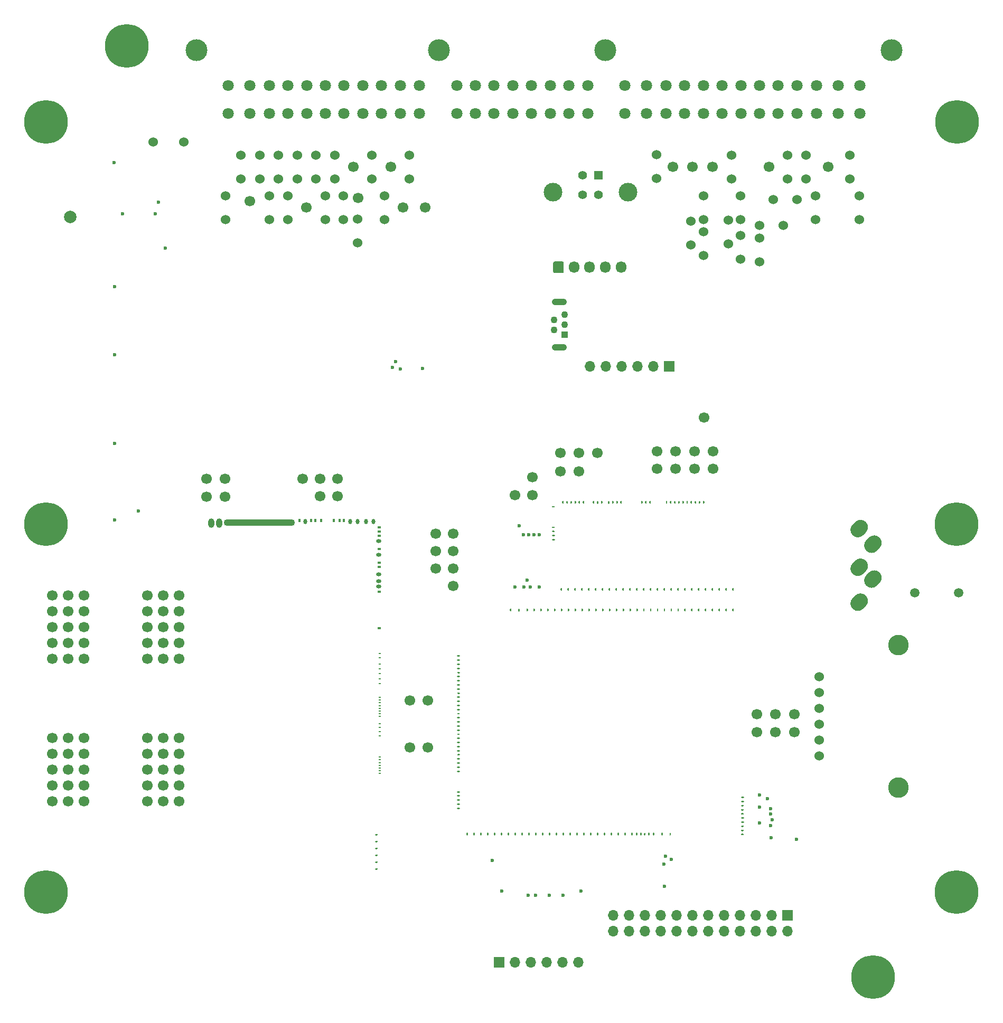
<source format=gbs>
G04 #@! TF.GenerationSoftware,KiCad,Pcbnew,(5.99.0-10483-ga6ad7a4a70)*
G04 #@! TF.CreationDate,2021-05-24T22:40:24+03:00*
G04 #@! TF.ProjectId,hellen64_miataNA6_94,68656c6c-656e-4363-945f-6d696174614e,b*
G04 #@! TF.SameCoordinates,PX1406f40PYa852d20*
G04 #@! TF.FileFunction,Soldermask,Bot*
G04 #@! TF.FilePolarity,Negative*
%FSLAX46Y46*%
G04 Gerber Fmt 4.6, Leading zero omitted, Abs format (unit mm)*
G04 Created by KiCad (PCBNEW (5.99.0-10483-ga6ad7a4a70)) date 2021-05-24 22:40:24*
%MOMM*%
%LPD*%
G01*
G04 APERTURE LIST*
%ADD10C,0.599999*%
%ADD11C,1.524000*%
%ADD12C,1.700000*%
%ADD13R,1.700000X1.700000*%
%ADD14O,1.700000X1.700000*%
%ADD15O,1.000001X1.500000*%
%ADD16O,11.400000X1.100000*%
%ADD17O,0.399999X0.599999*%
%ADD18O,0.599999X0.800001*%
%ADD19O,0.599999X0.399999*%
%ADD20O,0.800001X0.599999*%
%ADD21O,0.399999X0.200000*%
%ADD22R,1.400000X1.400000*%
%ADD23C,1.400000*%
%ADD24C,3.000000*%
%ADD25C,3.500120*%
%ADD26C,1.800000*%
%ADD27C,7.000000*%
%ADD28R,1.100000X1.100000*%
%ADD29C,1.100000*%
%ADD30O,2.400000X1.100000*%
%ADD31C,3.302000*%
%ADD32C,1.500000*%
%ADD33C,0.600000*%
%ADD34O,1.700000X1.850000*%
%ADD35C,2.000000*%
G04 APERTURE END LIST*
D10*
G04 #@! TO.C,M4*
X75566855Y23589700D03*
X77141869Y18684691D03*
X89845887Y18693754D03*
X81366859Y18014690D03*
X82541863Y18014690D03*
X84716857Y18014690D03*
X86941859Y18014690D03*
G04 #@! TD*
D11*
G04 #@! TO.C,R32*
X51700700Y126395000D03*
X51700700Y130205000D03*
G04 #@! TD*
D12*
G04 #@! TO.C,P5*
X62400700Y41704880D03*
G04 #@! TD*
G04 #@! TO.C,P6*
X62400700Y49207060D03*
G04 #@! TD*
G04 #@! TO.C,P47*
X59310960Y134800000D03*
G04 #@! TD*
D13*
G04 #@! TO.C,J27*
X103950000Y102800000D03*
D14*
X101410000Y102800000D03*
X98870000Y102800000D03*
X96330000Y102800000D03*
X93790000Y102800000D03*
X91250000Y102800000D03*
G04 #@! TD*
D12*
G04 #@! TO.C,P21*
X50800000Y84800000D03*
G04 #@! TD*
G04 #@! TO.C,G4*
X20320000Y55880000D03*
X20320000Y58420000D03*
X20320000Y60960000D03*
X20320000Y63500000D03*
X20320000Y66040000D03*
X22860000Y55880000D03*
X22860000Y58420000D03*
X22860000Y60960000D03*
X22860000Y63500000D03*
X22860000Y66040000D03*
X25400000Y55880000D03*
X25400000Y58420000D03*
X25400000Y60960000D03*
X25400000Y63500000D03*
X25400000Y66040000D03*
G04 #@! TD*
D11*
G04 #@! TO.C,R11*
X115410960Y123795000D03*
X115410960Y119985000D03*
G04 #@! TD*
D12*
G04 #@! TO.C,P10*
X45200000Y84800000D03*
G04 #@! TD*
G04 #@! TO.C,P12*
X29800000Y84800000D03*
G04 #@! TD*
G04 #@! TO.C,P16*
X69300000Y76000000D03*
G04 #@! TD*
D15*
G04 #@! TO.C,M5*
X30513317Y77637666D03*
X31769182Y77637666D03*
D16*
X38213317Y77762667D03*
D17*
X44663309Y78062666D03*
D18*
X45638321Y77962661D03*
D17*
X46508078Y78062666D03*
X47238315Y78062666D03*
X48133078Y78062666D03*
X50208078Y78062666D03*
X51108074Y78062666D03*
X51818316Y78062666D03*
D18*
X52838317Y77962666D03*
X54013316Y77962666D03*
X55363315Y77962666D03*
X56538314Y77962666D03*
D19*
X57438315Y77032427D03*
X57438315Y76337668D03*
X57438315Y75657428D03*
D20*
X57343317Y74837666D03*
D19*
X57438315Y73532429D03*
D20*
X57343317Y72562664D03*
D19*
X57438315Y71287666D03*
X57438315Y70637664D03*
D20*
X57343317Y69437664D03*
X57343317Y68362660D03*
X57343317Y67487658D03*
D19*
X57438315Y66662666D03*
X57438315Y60812665D03*
D21*
X57543316Y56757695D03*
X57543316Y56097693D03*
X57543316Y55037665D03*
X57543316Y54333580D03*
X57543316Y53533541D03*
X57543316Y52733502D03*
X57543316Y51937666D03*
X57543316Y49742664D03*
X57543316Y49302665D03*
X57543316Y48862666D03*
X57543316Y48422664D03*
X57543316Y47982665D03*
X57543316Y47542666D03*
X57543316Y47102664D03*
X57543316Y46662665D03*
X57543316Y45537694D03*
X57543316Y44877696D03*
X57543316Y44217694D03*
X57543316Y43557696D03*
X57543316Y40152666D03*
X57543316Y39712667D03*
X57543316Y39272665D03*
X57543316Y38832666D03*
X57543316Y38392667D03*
X57543316Y37952665D03*
X57543316Y37512666D03*
G04 #@! TD*
D11*
G04 #@! TO.C,R36*
X41310960Y132895000D03*
X41310960Y136705000D03*
G04 #@! TD*
G04 #@! TO.C,R48*
X109410960Y126390000D03*
X109410960Y130200000D03*
G04 #@! TD*
D12*
G04 #@! TO.C,P15*
X48000000Y82000000D03*
G04 #@! TD*
D22*
G04 #@! TO.C,J23*
X92600000Y133500000D03*
D23*
X90100000Y133500000D03*
X90100000Y130300000D03*
X92600000Y130300000D03*
D24*
X97370000Y130790000D03*
X85330000Y130790000D03*
G04 #@! TD*
D11*
G04 #@! TO.C,R24*
X107410960Y122340001D03*
X107410960Y126150001D03*
G04 #@! TD*
G04 #@! TO.C,R33*
X47310960Y132895000D03*
X47310960Y136705000D03*
G04 #@! TD*
G04 #@! TO.C,R42*
X32810960Y126395000D03*
X32810960Y130205000D03*
G04 #@! TD*
D25*
G04 #@! TO.C,P2*
X93728300Y153574420D03*
X139577840Y153574420D03*
X28178520Y153574420D03*
X67027820Y153574420D03*
D26*
X33230580Y143373780D03*
X36728160Y143373780D03*
X39829500Y143373780D03*
X42829240Y143373780D03*
X45828980Y143373780D03*
X48828720Y143373780D03*
X51828460Y143373780D03*
X54828200Y143373780D03*
X57827940Y143373780D03*
X60827680Y143373780D03*
X63929020Y143373780D03*
X33230580Y147874660D03*
X36728160Y147874660D03*
X39829500Y147874660D03*
X42829240Y147874660D03*
X45828980Y147874660D03*
X48828720Y147874660D03*
X51828460Y147874660D03*
X54828200Y147874660D03*
X57827940Y147874660D03*
X60827680Y147874660D03*
X63929020Y147874660D03*
X69877700Y143373780D03*
X72877440Y143373780D03*
X75877180Y143373780D03*
X78876920Y143373780D03*
X81879200Y143373780D03*
X84878940Y143373780D03*
X87878680Y143373780D03*
X90878420Y143373780D03*
X69877700Y147874660D03*
X72877440Y147874660D03*
X75877180Y147874660D03*
X78876920Y147874660D03*
X81879200Y147874660D03*
X84878940Y147874660D03*
X87878680Y147874660D03*
X90878420Y147874660D03*
X96824560Y143373780D03*
X100324680Y143373780D03*
X103428560Y143373780D03*
X106428300Y143373780D03*
X109428040Y143373780D03*
X112427780Y143373780D03*
X115427520Y143373780D03*
X118427260Y143373780D03*
X121427000Y143373780D03*
X124426740Y143373780D03*
X127528080Y143373780D03*
X131028200Y143373780D03*
X134528320Y143373780D03*
X96824560Y147874660D03*
X100324680Y147874660D03*
X103428560Y147874660D03*
X106428300Y147874660D03*
X109428040Y147874660D03*
X112427780Y147874660D03*
X115427520Y147874660D03*
X118427260Y147874660D03*
X121427000Y147874660D03*
X124426740Y147874660D03*
X127528080Y147874660D03*
X131028200Y147874660D03*
X134528320Y147874660D03*
G04 #@! TD*
D12*
G04 #@! TO.C,P56*
X104510960Y134795000D03*
G04 #@! TD*
D27*
G04 #@! TO.C,J18*
X4000000Y142000000D03*
G04 #@! TD*
D12*
G04 #@! TO.C,P52*
X129410960Y134795000D03*
G04 #@! TD*
G04 #@! TO.C,P36*
X108000000Y86400000D03*
G04 #@! TD*
G04 #@! TO.C,P44*
X89500000Y86000000D03*
G04 #@! TD*
G04 #@! TO.C,P13*
X32700000Y81900000D03*
G04 #@! TD*
G04 #@! TO.C,P26*
X79200700Y82200880D03*
G04 #@! TD*
G04 #@! TO.C,P29*
X121000000Y47000000D03*
G04 #@! TD*
D11*
G04 #@! TO.C,R43*
X122910960Y132890000D03*
X122910960Y136700000D03*
G04 #@! TD*
D28*
G04 #@! TO.C,J1*
X87200000Y107900000D03*
D29*
X85450000Y108700000D03*
X87200000Y109500000D03*
X85450000Y110300000D03*
X87200000Y111100000D03*
D30*
X86325000Y105850000D03*
X86325000Y113150000D03*
G04 #@! TD*
D12*
G04 #@! TO.C,P39*
X102000000Y86400000D03*
G04 #@! TD*
G04 #@! TO.C,P30*
X121000000Y44164880D03*
G04 #@! TD*
G04 #@! TO.C,P4*
X65210960Y49204880D03*
G04 #@! TD*
D11*
G04 #@! TO.C,R45*
X118400000Y119600000D03*
X118400000Y123410000D03*
G04 #@! TD*
D12*
G04 #@! TO.C,P25*
X124000000Y44164880D03*
G04 #@! TD*
D10*
G04 #@! TO.C,M8*
X59557362Y102669562D03*
X60082362Y103544564D03*
X60832360Y102369560D03*
X64382361Y102444563D03*
G04 #@! TD*
D31*
G04 #@! TO.C,U2*
X140700000Y58085000D03*
X140700000Y35225000D03*
D11*
X128000000Y53005000D03*
X128000000Y50465000D03*
X128000000Y47925000D03*
X128000000Y45385000D03*
X128000000Y42845000D03*
X128000000Y40305000D03*
G04 #@! TD*
G04 #@! TO.C,R17*
X125910960Y132890000D03*
X125910960Y136700000D03*
G04 #@! TD*
D12*
G04 #@! TO.C,G6*
X5080000Y55880000D03*
X5080000Y58420000D03*
X5080000Y60960000D03*
X5080000Y63500000D03*
X5080000Y66040000D03*
X7620000Y55880000D03*
X7620000Y58420000D03*
X7620000Y60960000D03*
X7620000Y63500000D03*
X7620000Y66040000D03*
X10160000Y55880000D03*
X10160000Y58420000D03*
X10160000Y60960000D03*
X10160000Y63500000D03*
X10160000Y66040000D03*
G04 #@! TD*
G04 #@! TO.C,P55*
X107710560Y134794120D03*
G04 #@! TD*
G04 #@! TO.C,P17*
X69300000Y67600000D03*
G04 #@! TD*
G04 #@! TO.C,P33*
X92400000Y88900000D03*
G04 #@! TD*
D13*
G04 #@! TO.C,J3*
X76679360Y7204880D03*
D14*
X79219360Y7204880D03*
X81759360Y7204880D03*
X84299360Y7204880D03*
X86839360Y7204880D03*
X89379360Y7204880D03*
G04 #@! TD*
D10*
G04 #@! TO.C,M13*
X103391861Y24248218D03*
X104266863Y23723218D03*
X103091859Y22973220D03*
X103166862Y19423219D03*
G04 #@! TD*
D12*
G04 #@! TO.C,P11*
X29800000Y81900000D03*
G04 #@! TD*
D11*
G04 #@! TO.C,R29*
X56310960Y132895000D03*
X56310960Y136705000D03*
G04 #@! TD*
D12*
G04 #@! TO.C,P50*
X54060960Y129800880D03*
G04 #@! TD*
G04 #@! TO.C,P19*
X50800000Y82000000D03*
G04 #@! TD*
D11*
G04 #@! TO.C,R40*
X35310960Y132895000D03*
X35310960Y136705000D03*
G04 #@! TD*
D27*
G04 #@! TO.C,J13*
X4000000Y18500000D03*
G04 #@! TD*
G04 #@! TO.C,M7*
G36*
G01*
X56902364Y27838876D02*
X57152362Y27838876D01*
G75*
G02*
X57277362Y27713876I0J-125000D01*
G01*
X57277362Y27713876D01*
G75*
G02*
X57152362Y27588876I-125000J0D01*
G01*
X56902364Y27588876D01*
G75*
G02*
X56777364Y27713876I0J125000D01*
G01*
X56777364Y27713876D01*
G75*
G02*
X56902364Y27838876I125000J0D01*
G01*
G37*
G36*
G01*
X56902364Y26738878D02*
X57152362Y26738878D01*
G75*
G02*
X57277362Y26613878I0J-125000D01*
G01*
X57277362Y26613878D01*
G75*
G02*
X57152362Y26488878I-125000J0D01*
G01*
X56902364Y26488878D01*
G75*
G02*
X56777364Y26613878I0J125000D01*
G01*
X56777364Y26613878D01*
G75*
G02*
X56902364Y26738878I125000J0D01*
G01*
G37*
G36*
G01*
X56902364Y25638880D02*
X57152362Y25638880D01*
G75*
G02*
X57277362Y25513880I0J-125000D01*
G01*
X57277362Y25513880D01*
G75*
G02*
X57152362Y25388880I-125000J0D01*
G01*
X56902364Y25388880D01*
G75*
G02*
X56777364Y25513880I0J125000D01*
G01*
X56777364Y25513880D01*
G75*
G02*
X56902364Y25638880I125000J0D01*
G01*
G37*
G36*
G01*
X56902364Y24538882D02*
X57152362Y24538882D01*
G75*
G02*
X57277362Y24413882I0J-125000D01*
G01*
X57277362Y24413882D01*
G75*
G02*
X57152362Y24288882I-125000J0D01*
G01*
X56902364Y24288882D01*
G75*
G02*
X56777364Y24413882I0J125000D01*
G01*
X56777364Y24413882D01*
G75*
G02*
X56902364Y24538882I125000J0D01*
G01*
G37*
G36*
G01*
X56902364Y23438884D02*
X57152362Y23438884D01*
G75*
G02*
X57277362Y23313884I0J-125000D01*
G01*
X57277362Y23313884D01*
G75*
G02*
X57152362Y23188884I-125000J0D01*
G01*
X56902364Y23188884D01*
G75*
G02*
X56777364Y23313884I0J125000D01*
G01*
X56777364Y23313884D01*
G75*
G02*
X56902364Y23438884I125000J0D01*
G01*
G37*
G36*
G01*
X56902364Y22338887D02*
X57152362Y22338887D01*
G75*
G02*
X57277362Y22213887I0J-125000D01*
G01*
X57277362Y22213887D01*
G75*
G02*
X57152362Y22088887I-125000J0D01*
G01*
X56902364Y22088887D01*
G75*
G02*
X56777364Y22213887I0J125000D01*
G01*
X56777364Y22213887D01*
G75*
G02*
X56902364Y22338887I125000J0D01*
G01*
G37*
G04 #@! TD*
D12*
G04 #@! TO.C,P28*
X82011360Y82200880D03*
G04 #@! TD*
G04 #@! TO.C,P24*
X124000000Y47000000D03*
G04 #@! TD*
D27*
G04 #@! TO.C,J12*
X4000000Y77500000D03*
G04 #@! TD*
D12*
G04 #@! TO.C,P54*
X110910960Y134795000D03*
G04 #@! TD*
G04 #@! TO.C,M1*
G36*
G01*
X85260958Y75146477D02*
X85510958Y75146477D01*
G75*
G02*
X85635958Y75021477I0J-125000D01*
G01*
X85635958Y75021477D01*
G75*
G02*
X85510958Y74896477I-125000J0D01*
G01*
X85260958Y74896477D01*
G75*
G02*
X85135958Y75021477I0J125000D01*
G01*
X85135958Y75021477D01*
G75*
G02*
X85260958Y75146477I125000J0D01*
G01*
G37*
G36*
G01*
X85260958Y75806478D02*
X85510958Y75806478D01*
G75*
G02*
X85635958Y75681478I0J-125000D01*
G01*
X85635958Y75681478D01*
G75*
G02*
X85510958Y75556478I-125000J0D01*
G01*
X85260958Y75556478D01*
G75*
G02*
X85135958Y75681478I0J125000D01*
G01*
X85135958Y75681478D01*
G75*
G02*
X85260958Y75806478I125000J0D01*
G01*
G37*
G36*
G01*
X85260958Y76466479D02*
X85510958Y76466479D01*
G75*
G02*
X85635958Y76341479I0J-125000D01*
G01*
X85635958Y76341479D01*
G75*
G02*
X85510958Y76216479I-125000J0D01*
G01*
X85260958Y76216479D01*
G75*
G02*
X85135958Y76341479I0J125000D01*
G01*
X85135958Y76341479D01*
G75*
G02*
X85260958Y76466479I125000J0D01*
G01*
G37*
G36*
G01*
X85260958Y77126480D02*
X85510958Y77126480D01*
G75*
G02*
X85635958Y77001480I0J-125000D01*
G01*
X85635958Y77001480D01*
G75*
G02*
X85510958Y76876480I-125000J0D01*
G01*
X85260958Y76876480D01*
G75*
G02*
X85135958Y77001480I0J125000D01*
G01*
X85135958Y77001480D01*
G75*
G02*
X85260958Y77126480I125000J0D01*
G01*
G37*
G36*
G01*
X85260958Y80426487D02*
X85510958Y80426487D01*
G75*
G02*
X85635958Y80301487I0J-125000D01*
G01*
X85635958Y80301487D01*
G75*
G02*
X85510958Y80176487I-125000J0D01*
G01*
X85260958Y80176487D01*
G75*
G02*
X85135958Y80301487I0J125000D01*
G01*
X85135958Y80301487D01*
G75*
G02*
X85260958Y80426487I125000J0D01*
G01*
G37*
G36*
G01*
X114030960Y66927684D02*
X114030960Y67177684D01*
G75*
G02*
X114155960Y67302684I125000J0D01*
G01*
X114155960Y67302684D01*
G75*
G02*
X114280960Y67177684I0J-125000D01*
G01*
X114280960Y66927684D01*
G75*
G02*
X114155960Y66802684I-125000J0D01*
G01*
X114155960Y66802684D01*
G75*
G02*
X114030960Y66927684I0J125000D01*
G01*
G37*
G36*
G01*
X113180956Y67177684D02*
X113180956Y66927684D01*
G75*
G02*
X113055956Y66802684I-125000J0D01*
G01*
X113055956Y66802684D01*
G75*
G02*
X112930956Y66927684I0J125000D01*
G01*
X112930956Y67177684D01*
G75*
G02*
X113055956Y67302684I125000J0D01*
G01*
X113055956Y67302684D01*
G75*
G02*
X113180956Y67177684I0J-125000D01*
G01*
G37*
G36*
G01*
X112080955Y67177684D02*
X112080955Y66927684D01*
G75*
G02*
X111955955Y66802684I-125000J0D01*
G01*
X111955955Y66802684D01*
G75*
G02*
X111830955Y66927684I0J125000D01*
G01*
X111830955Y67177684D01*
G75*
G02*
X111955955Y67302684I125000J0D01*
G01*
X111955955Y67302684D01*
G75*
G02*
X112080955Y67177684I0J-125000D01*
G01*
G37*
G36*
G01*
X110980958Y67177684D02*
X110980958Y66927684D01*
G75*
G02*
X110855958Y66802684I-125000J0D01*
G01*
X110855958Y66802684D01*
G75*
G02*
X110730958Y66927684I0J125000D01*
G01*
X110730958Y67177684D01*
G75*
G02*
X110855958Y67302684I125000J0D01*
G01*
X110855958Y67302684D01*
G75*
G02*
X110980958Y67177684I0J-125000D01*
G01*
G37*
G36*
G01*
X109880960Y67177684D02*
X109880960Y66927684D01*
G75*
G02*
X109755960Y66802684I-125000J0D01*
G01*
X109755960Y66802684D01*
G75*
G02*
X109630960Y66927684I0J125000D01*
G01*
X109630960Y67177684D01*
G75*
G02*
X109755960Y67302684I125000J0D01*
G01*
X109755960Y67302684D01*
G75*
G02*
X109880960Y67177684I0J-125000D01*
G01*
G37*
G36*
G01*
X108780962Y67177684D02*
X108780962Y66927684D01*
G75*
G02*
X108655962Y66802684I-125000J0D01*
G01*
X108655962Y66802684D01*
G75*
G02*
X108530962Y66927684I0J125000D01*
G01*
X108530962Y67177684D01*
G75*
G02*
X108655962Y67302684I125000J0D01*
G01*
X108655962Y67302684D01*
G75*
G02*
X108780962Y67177684I0J-125000D01*
G01*
G37*
G36*
G01*
X107680964Y67177684D02*
X107680964Y66927684D01*
G75*
G02*
X107555964Y66802684I-125000J0D01*
G01*
X107555964Y66802684D01*
G75*
G02*
X107430964Y66927684I0J125000D01*
G01*
X107430964Y67177684D01*
G75*
G02*
X107555964Y67302684I125000J0D01*
G01*
X107555964Y67302684D01*
G75*
G02*
X107680964Y67177684I0J-125000D01*
G01*
G37*
G36*
G01*
X106580966Y67177684D02*
X106580966Y66927684D01*
G75*
G02*
X106455966Y66802684I-125000J0D01*
G01*
X106455966Y66802684D01*
G75*
G02*
X106330966Y66927684I0J125000D01*
G01*
X106330966Y67177684D01*
G75*
G02*
X106455966Y67302684I125000J0D01*
G01*
X106455966Y67302684D01*
G75*
G02*
X106580966Y67177684I0J-125000D01*
G01*
G37*
G36*
G01*
X105480969Y67177684D02*
X105480969Y66927684D01*
G75*
G02*
X105355969Y66802684I-125000J0D01*
G01*
X105355969Y66802684D01*
G75*
G02*
X105230969Y66927684I0J125000D01*
G01*
X105230969Y67177684D01*
G75*
G02*
X105355969Y67302684I125000J0D01*
G01*
X105355969Y67302684D01*
G75*
G02*
X105480969Y67177684I0J-125000D01*
G01*
G37*
G36*
G01*
X104380971Y67177684D02*
X104380971Y66927684D01*
G75*
G02*
X104255971Y66802684I-125000J0D01*
G01*
X104255971Y66802684D01*
G75*
G02*
X104130971Y66927684I0J125000D01*
G01*
X104130971Y67177684D01*
G75*
G02*
X104255971Y67302684I125000J0D01*
G01*
X104255971Y67302684D01*
G75*
G02*
X104380971Y67177684I0J-125000D01*
G01*
G37*
G36*
G01*
X103280973Y67177684D02*
X103280973Y66927684D01*
G75*
G02*
X103155973Y66802684I-125000J0D01*
G01*
X103155973Y66802684D01*
G75*
G02*
X103030973Y66927684I0J125000D01*
G01*
X103030973Y67177684D01*
G75*
G02*
X103155973Y67302684I125000J0D01*
G01*
X103155973Y67302684D01*
G75*
G02*
X103280973Y67177684I0J-125000D01*
G01*
G37*
G36*
G01*
X102180975Y67177684D02*
X102180975Y66927684D01*
G75*
G02*
X102055975Y66802684I-125000J0D01*
G01*
X102055975Y66802684D01*
G75*
G02*
X101930975Y66927684I0J125000D01*
G01*
X101930975Y67177684D01*
G75*
G02*
X102055975Y67302684I125000J0D01*
G01*
X102055975Y67302684D01*
G75*
G02*
X102180975Y67177684I0J-125000D01*
G01*
G37*
G36*
G01*
X101080977Y67177684D02*
X101080977Y66927684D01*
G75*
G02*
X100955977Y66802684I-125000J0D01*
G01*
X100955977Y66802684D01*
G75*
G02*
X100830977Y66927684I0J125000D01*
G01*
X100830977Y67177684D01*
G75*
G02*
X100955977Y67302684I125000J0D01*
G01*
X100955977Y67302684D01*
G75*
G02*
X101080977Y67177684I0J-125000D01*
G01*
G37*
G36*
G01*
X99980980Y67177684D02*
X99980980Y66927684D01*
G75*
G02*
X99855980Y66802684I-125000J0D01*
G01*
X99855980Y66802684D01*
G75*
G02*
X99730980Y66927684I0J125000D01*
G01*
X99730980Y67177684D01*
G75*
G02*
X99855980Y67302684I125000J0D01*
G01*
X99855980Y67302684D01*
G75*
G02*
X99980980Y67177684I0J-125000D01*
G01*
G37*
G36*
G01*
X98880982Y67177684D02*
X98880982Y66927684D01*
G75*
G02*
X98755982Y66802684I-125000J0D01*
G01*
X98755982Y66802684D01*
G75*
G02*
X98630982Y66927684I0J125000D01*
G01*
X98630982Y67177684D01*
G75*
G02*
X98755982Y67302684I125000J0D01*
G01*
X98755982Y67302684D01*
G75*
G02*
X98880982Y67177684I0J-125000D01*
G01*
G37*
G36*
G01*
X97780984Y67177684D02*
X97780984Y66927684D01*
G75*
G02*
X97655984Y66802684I-125000J0D01*
G01*
X97655984Y66802684D01*
G75*
G02*
X97530984Y66927684I0J125000D01*
G01*
X97530984Y67177684D01*
G75*
G02*
X97655984Y67302684I125000J0D01*
G01*
X97655984Y67302684D01*
G75*
G02*
X97780984Y67177684I0J-125000D01*
G01*
G37*
G36*
G01*
X96680986Y67177684D02*
X96680986Y66927684D01*
G75*
G02*
X96555986Y66802684I-125000J0D01*
G01*
X96555986Y66802684D01*
G75*
G02*
X96430986Y66927684I0J125000D01*
G01*
X96430986Y67177684D01*
G75*
G02*
X96555986Y67302684I125000J0D01*
G01*
X96555986Y67302684D01*
G75*
G02*
X96680986Y67177684I0J-125000D01*
G01*
G37*
G36*
G01*
X95580988Y67177684D02*
X95580988Y66927684D01*
G75*
G02*
X95455988Y66802684I-125000J0D01*
G01*
X95455988Y66802684D01*
G75*
G02*
X95330988Y66927684I0J125000D01*
G01*
X95330988Y67177684D01*
G75*
G02*
X95455988Y67302684I125000J0D01*
G01*
X95455988Y67302684D01*
G75*
G02*
X95580988Y67177684I0J-125000D01*
G01*
G37*
G36*
G01*
X94480991Y67177684D02*
X94480991Y66927684D01*
G75*
G02*
X94355991Y66802684I-125000J0D01*
G01*
X94355991Y66802684D01*
G75*
G02*
X94230991Y66927684I0J125000D01*
G01*
X94230991Y67177684D01*
G75*
G02*
X94355991Y67302684I125000J0D01*
G01*
X94355991Y67302684D01*
G75*
G02*
X94480991Y67177684I0J-125000D01*
G01*
G37*
G36*
G01*
X93380993Y67177684D02*
X93380993Y66927684D01*
G75*
G02*
X93255993Y66802684I-125000J0D01*
G01*
X93255993Y66802684D01*
G75*
G02*
X93130993Y66927684I0J125000D01*
G01*
X93130993Y67177684D01*
G75*
G02*
X93255993Y67302684I125000J0D01*
G01*
X93255993Y67302684D01*
G75*
G02*
X93380993Y67177684I0J-125000D01*
G01*
G37*
G36*
G01*
X92280995Y67177684D02*
X92280995Y66927684D01*
G75*
G02*
X92155995Y66802684I-125000J0D01*
G01*
X92155995Y66802684D01*
G75*
G02*
X92030995Y66927684I0J125000D01*
G01*
X92030995Y67177684D01*
G75*
G02*
X92155995Y67302684I125000J0D01*
G01*
X92155995Y67302684D01*
G75*
G02*
X92280995Y67177684I0J-125000D01*
G01*
G37*
G36*
G01*
X91180997Y67177684D02*
X91180997Y66927684D01*
G75*
G02*
X91055997Y66802684I-125000J0D01*
G01*
X91055997Y66802684D01*
G75*
G02*
X90930997Y66927684I0J125000D01*
G01*
X90930997Y67177684D01*
G75*
G02*
X91055997Y67302684I125000J0D01*
G01*
X91055997Y67302684D01*
G75*
G02*
X91180997Y67177684I0J-125000D01*
G01*
G37*
G36*
G01*
X90080999Y67177684D02*
X90080999Y66927684D01*
G75*
G02*
X89955999Y66802684I-125000J0D01*
G01*
X89955999Y66802684D01*
G75*
G02*
X89830999Y66927684I0J125000D01*
G01*
X89830999Y67177684D01*
G75*
G02*
X89955999Y67302684I125000J0D01*
G01*
X89955999Y67302684D01*
G75*
G02*
X90080999Y67177684I0J-125000D01*
G01*
G37*
G36*
G01*
X88981002Y67177684D02*
X88981002Y66927684D01*
G75*
G02*
X88856002Y66802684I-125000J0D01*
G01*
X88856002Y66802684D01*
G75*
G02*
X88731002Y66927684I0J125000D01*
G01*
X88731002Y67177684D01*
G75*
G02*
X88856002Y67302684I125000J0D01*
G01*
X88856002Y67302684D01*
G75*
G02*
X88981002Y67177684I0J-125000D01*
G01*
G37*
G36*
G01*
X87881004Y67177684D02*
X87881004Y66927684D01*
G75*
G02*
X87756004Y66802684I-125000J0D01*
G01*
X87756004Y66802684D01*
G75*
G02*
X87631004Y66927684I0J125000D01*
G01*
X87631004Y67177684D01*
G75*
G02*
X87756004Y67302684I125000J0D01*
G01*
X87756004Y67302684D01*
G75*
G02*
X87881004Y67177684I0J-125000D01*
G01*
G37*
G36*
G01*
X86781006Y67177684D02*
X86781006Y66927684D01*
G75*
G02*
X86656006Y66802684I-125000J0D01*
G01*
X86656006Y66802684D01*
G75*
G02*
X86531006Y66927684I0J125000D01*
G01*
X86531006Y67177684D01*
G75*
G02*
X86656006Y67302684I125000J0D01*
G01*
X86656006Y67302684D01*
G75*
G02*
X86781006Y67177684I0J-125000D01*
G01*
G37*
G36*
G01*
X87031950Y81139683D02*
X87031950Y80889683D01*
G75*
G02*
X86906950Y80764683I-125000J0D01*
G01*
X86906950Y80764683D01*
G75*
G02*
X86781950Y80889683I0J125000D01*
G01*
X86781950Y81139683D01*
G75*
G02*
X86906950Y81264683I125000J0D01*
G01*
X86906950Y81264683D01*
G75*
G02*
X87031950Y81139683I0J-125000D01*
G01*
G37*
G36*
G01*
X87691952Y81139683D02*
X87691952Y80889683D01*
G75*
G02*
X87566952Y80764683I-125000J0D01*
G01*
X87566952Y80764683D01*
G75*
G02*
X87441952Y80889683I0J125000D01*
G01*
X87441952Y81139683D01*
G75*
G02*
X87566952Y81264683I125000J0D01*
G01*
X87566952Y81264683D01*
G75*
G02*
X87691952Y81139683I0J-125000D01*
G01*
G37*
G36*
G01*
X88351953Y81139683D02*
X88351953Y80889683D01*
G75*
G02*
X88226953Y80764683I-125000J0D01*
G01*
X88226953Y80764683D01*
G75*
G02*
X88101953Y80889683I0J125000D01*
G01*
X88101953Y81139683D01*
G75*
G02*
X88226953Y81264683I125000J0D01*
G01*
X88226953Y81264683D01*
G75*
G02*
X88351953Y81139683I0J-125000D01*
G01*
G37*
G36*
G01*
X89011954Y81139683D02*
X89011954Y80889683D01*
G75*
G02*
X88886954Y80764683I-125000J0D01*
G01*
X88886954Y80764683D01*
G75*
G02*
X88761954Y80889683I0J125000D01*
G01*
X88761954Y81139683D01*
G75*
G02*
X88886954Y81264683I125000J0D01*
G01*
X88886954Y81264683D01*
G75*
G02*
X89011954Y81139683I0J-125000D01*
G01*
G37*
G36*
G01*
X89671955Y81139683D02*
X89671955Y80889683D01*
G75*
G02*
X89546955Y80764683I-125000J0D01*
G01*
X89546955Y80764683D01*
G75*
G02*
X89421955Y80889683I0J125000D01*
G01*
X89421955Y81139683D01*
G75*
G02*
X89546955Y81264683I125000J0D01*
G01*
X89546955Y81264683D01*
G75*
G02*
X89671955Y81139683I0J-125000D01*
G01*
G37*
G36*
G01*
X90331957Y81139683D02*
X90331957Y80889683D01*
G75*
G02*
X90206957Y80764683I-125000J0D01*
G01*
X90206957Y80764683D01*
G75*
G02*
X90081957Y80889683I0J125000D01*
G01*
X90081957Y81139683D01*
G75*
G02*
X90206957Y81264683I125000J0D01*
G01*
X90206957Y81264683D01*
G75*
G02*
X90331957Y81139683I0J-125000D01*
G01*
G37*
G36*
G01*
X91932954Y81139683D02*
X91932954Y80889683D01*
G75*
G02*
X91807954Y80764683I-125000J0D01*
G01*
X91807954Y80764683D01*
G75*
G02*
X91682954Y80889683I0J125000D01*
G01*
X91682954Y81139683D01*
G75*
G02*
X91807954Y81264683I125000J0D01*
G01*
X91807954Y81264683D01*
G75*
G02*
X91932954Y81139683I0J-125000D01*
G01*
G37*
G36*
G01*
X92592955Y81139683D02*
X92592955Y80889683D01*
G75*
G02*
X92467955Y80764683I-125000J0D01*
G01*
X92467955Y80764683D01*
G75*
G02*
X92342955Y80889683I0J125000D01*
G01*
X92342955Y81139683D01*
G75*
G02*
X92467955Y81264683I125000J0D01*
G01*
X92467955Y81264683D01*
G75*
G02*
X92592955Y81139683I0J-125000D01*
G01*
G37*
G36*
G01*
X93252957Y81139683D02*
X93252957Y80889683D01*
G75*
G02*
X93127957Y80764683I-125000J0D01*
G01*
X93127957Y80764683D01*
G75*
G02*
X93002957Y80889683I0J125000D01*
G01*
X93002957Y81139683D01*
G75*
G02*
X93127957Y81264683I125000J0D01*
G01*
X93127957Y81264683D01*
G75*
G02*
X93252957Y81139683I0J-125000D01*
G01*
G37*
G36*
G01*
X94373856Y81139683D02*
X94373856Y80889683D01*
G75*
G02*
X94248856Y80764683I-125000J0D01*
G01*
X94248856Y80764683D01*
G75*
G02*
X94123856Y80889683I0J125000D01*
G01*
X94123856Y81139683D01*
G75*
G02*
X94248856Y81264683I125000J0D01*
G01*
X94248856Y81264683D01*
G75*
G02*
X94373856Y81139683I0J-125000D01*
G01*
G37*
G36*
G01*
X95033857Y81139683D02*
X95033857Y80889683D01*
G75*
G02*
X94908857Y80764683I-125000J0D01*
G01*
X94908857Y80764683D01*
G75*
G02*
X94783857Y80889683I0J125000D01*
G01*
X94783857Y81139683D01*
G75*
G02*
X94908857Y81264683I125000J0D01*
G01*
X94908857Y81264683D01*
G75*
G02*
X95033857Y81139683I0J-125000D01*
G01*
G37*
G36*
G01*
X95693858Y81139683D02*
X95693858Y80889683D01*
G75*
G02*
X95568858Y80764683I-125000J0D01*
G01*
X95568858Y80764683D01*
G75*
G02*
X95443858Y80889683I0J125000D01*
G01*
X95443858Y81139683D01*
G75*
G02*
X95568858Y81264683I125000J0D01*
G01*
X95568858Y81264683D01*
G75*
G02*
X95693858Y81139683I0J-125000D01*
G01*
G37*
G36*
G01*
X96353860Y81139683D02*
X96353860Y80889683D01*
G75*
G02*
X96228860Y80764683I-125000J0D01*
G01*
X96228860Y80764683D01*
G75*
G02*
X96103860Y80889683I0J125000D01*
G01*
X96103860Y81139683D01*
G75*
G02*
X96228860Y81264683I125000J0D01*
G01*
X96228860Y81264683D01*
G75*
G02*
X96353860Y81139683I0J-125000D01*
G01*
G37*
G36*
G01*
X99679954Y81139683D02*
X99679954Y80889683D01*
G75*
G02*
X99554954Y80764683I-125000J0D01*
G01*
X99554954Y80764683D01*
G75*
G02*
X99429954Y80889683I0J125000D01*
G01*
X99429954Y81139683D01*
G75*
G02*
X99554954Y81264683I125000J0D01*
G01*
X99554954Y81264683D01*
G75*
G02*
X99679954Y81139683I0J-125000D01*
G01*
G37*
G36*
G01*
X100339955Y81139683D02*
X100339955Y80889683D01*
G75*
G02*
X100214955Y80764683I-125000J0D01*
G01*
X100214955Y80764683D01*
G75*
G02*
X100089955Y80889683I0J125000D01*
G01*
X100089955Y81139683D01*
G75*
G02*
X100214955Y81264683I125000J0D01*
G01*
X100214955Y81264683D01*
G75*
G02*
X100339955Y81139683I0J-125000D01*
G01*
G37*
G36*
G01*
X100999957Y81139683D02*
X100999957Y80889683D01*
G75*
G02*
X100874957Y80764683I-125000J0D01*
G01*
X100874957Y80764683D01*
G75*
G02*
X100749957Y80889683I0J125000D01*
G01*
X100749957Y81139683D01*
G75*
G02*
X100874957Y81264683I125000J0D01*
G01*
X100874957Y81264683D01*
G75*
G02*
X100999957Y81139683I0J-125000D01*
G01*
G37*
G36*
G01*
X103645948Y81139683D02*
X103645948Y80889683D01*
G75*
G02*
X103520948Y80764683I-125000J0D01*
G01*
X103520948Y80764683D01*
G75*
G02*
X103395948Y80889683I0J125000D01*
G01*
X103395948Y81139683D01*
G75*
G02*
X103520948Y81264683I125000J0D01*
G01*
X103520948Y81264683D01*
G75*
G02*
X103645948Y81139683I0J-125000D01*
G01*
G37*
G36*
G01*
X104305949Y81139683D02*
X104305949Y80889683D01*
G75*
G02*
X104180949Y80764683I-125000J0D01*
G01*
X104180949Y80764683D01*
G75*
G02*
X104055949Y80889683I0J125000D01*
G01*
X104055949Y81139683D01*
G75*
G02*
X104180949Y81264683I125000J0D01*
G01*
X104180949Y81264683D01*
G75*
G02*
X104305949Y81139683I0J-125000D01*
G01*
G37*
G36*
G01*
X104965951Y81139683D02*
X104965951Y80889683D01*
G75*
G02*
X104840951Y80764683I-125000J0D01*
G01*
X104840951Y80764683D01*
G75*
G02*
X104715951Y80889683I0J125000D01*
G01*
X104715951Y81139683D01*
G75*
G02*
X104840951Y81264683I125000J0D01*
G01*
X104840951Y81264683D01*
G75*
G02*
X104965951Y81139683I0J-125000D01*
G01*
G37*
G36*
G01*
X105625952Y81139683D02*
X105625952Y80889683D01*
G75*
G02*
X105500952Y80764683I-125000J0D01*
G01*
X105500952Y80764683D01*
G75*
G02*
X105375952Y80889683I0J125000D01*
G01*
X105375952Y81139683D01*
G75*
G02*
X105500952Y81264683I125000J0D01*
G01*
X105500952Y81264683D01*
G75*
G02*
X105625952Y81139683I0J-125000D01*
G01*
G37*
G36*
G01*
X106285953Y81139683D02*
X106285953Y80889683D01*
G75*
G02*
X106160953Y80764683I-125000J0D01*
G01*
X106160953Y80764683D01*
G75*
G02*
X106035953Y80889683I0J125000D01*
G01*
X106035953Y81139683D01*
G75*
G02*
X106160953Y81264683I125000J0D01*
G01*
X106160953Y81264683D01*
G75*
G02*
X106285953Y81139683I0J-125000D01*
G01*
G37*
G36*
G01*
X106945954Y81139683D02*
X106945954Y80889683D01*
G75*
G02*
X106820954Y80764683I-125000J0D01*
G01*
X106820954Y80764683D01*
G75*
G02*
X106695954Y80889683I0J125000D01*
G01*
X106695954Y81139683D01*
G75*
G02*
X106820954Y81264683I125000J0D01*
G01*
X106820954Y81264683D01*
G75*
G02*
X106945954Y81139683I0J-125000D01*
G01*
G37*
G36*
G01*
X107605956Y81139683D02*
X107605956Y80889683D01*
G75*
G02*
X107480956Y80764683I-125000J0D01*
G01*
X107480956Y80764683D01*
G75*
G02*
X107355956Y80889683I0J125000D01*
G01*
X107355956Y81139683D01*
G75*
G02*
X107480956Y81264683I125000J0D01*
G01*
X107480956Y81264683D01*
G75*
G02*
X107605956Y81139683I0J-125000D01*
G01*
G37*
G36*
G01*
X108265957Y81139683D02*
X108265957Y80889683D01*
G75*
G02*
X108140957Y80764683I-125000J0D01*
G01*
X108140957Y80764683D01*
G75*
G02*
X108015957Y80889683I0J125000D01*
G01*
X108015957Y81139683D01*
G75*
G02*
X108140957Y81264683I125000J0D01*
G01*
X108140957Y81264683D01*
G75*
G02*
X108265957Y81139683I0J-125000D01*
G01*
G37*
G36*
G01*
X108925958Y81139683D02*
X108925958Y80889683D01*
G75*
G02*
X108800958Y80764683I-125000J0D01*
G01*
X108800958Y80764683D01*
G75*
G02*
X108675958Y80889683I0J125000D01*
G01*
X108675958Y81139683D01*
G75*
G02*
X108800958Y81264683I125000J0D01*
G01*
X108800958Y81264683D01*
G75*
G02*
X108925958Y81139683I0J-125000D01*
G01*
G37*
G36*
G01*
X109585960Y81139683D02*
X109585960Y80889683D01*
G75*
G02*
X109460960Y80764683I-125000J0D01*
G01*
X109460960Y80764683D01*
G75*
G02*
X109335960Y80889683I0J125000D01*
G01*
X109335960Y81139683D01*
G75*
G02*
X109460960Y81264683I125000J0D01*
G01*
X109460960Y81264683D01*
G75*
G02*
X109585960Y81139683I0J-125000D01*
G01*
G37*
G04 #@! TD*
D32*
G04 #@! TO.C,J26*
X143345000Y66500000D03*
X150345000Y66500000D03*
G04 #@! TD*
D11*
G04 #@! TO.C,R38*
X38310960Y132895000D03*
X38310960Y136705000D03*
G04 #@! TD*
G04 #@! TO.C,R44*
X120600960Y129550000D03*
X124410960Y129550000D03*
G04 #@! TD*
G04 #@! TO.C,M3*
G36*
G01*
X70039863Y32058505D02*
X70289863Y32058505D01*
G75*
G02*
X70414863Y31933505I0J-125000D01*
G01*
X70414863Y31933505D01*
G75*
G02*
X70289863Y31808505I-125000J0D01*
G01*
X70039863Y31808505D01*
G75*
G02*
X69914863Y31933505I0J125000D01*
G01*
X69914863Y31933505D01*
G75*
G02*
X70039863Y32058505I125000J0D01*
G01*
G37*
G36*
G01*
X70289863Y32468503D02*
X70039863Y32468503D01*
G75*
G02*
X69914863Y32593503I0J125000D01*
G01*
X69914863Y32593503D01*
G75*
G02*
X70039863Y32718503I125000J0D01*
G01*
X70289863Y32718503D01*
G75*
G02*
X70414863Y32593503I0J-125000D01*
G01*
X70414863Y32593503D01*
G75*
G02*
X70289863Y32468503I-125000J0D01*
G01*
G37*
G36*
G01*
X70289863Y33128508D02*
X70039863Y33128508D01*
G75*
G02*
X69914863Y33253508I0J125000D01*
G01*
X69914863Y33253508D01*
G75*
G02*
X70039863Y33378508I125000J0D01*
G01*
X70289863Y33378508D01*
G75*
G02*
X70414863Y33253508I0J-125000D01*
G01*
X70414863Y33253508D01*
G75*
G02*
X70289863Y33128508I-125000J0D01*
G01*
G37*
G36*
G01*
X70289863Y33788503D02*
X70039863Y33788503D01*
G75*
G02*
X69914863Y33913503I0J125000D01*
G01*
X69914863Y33913503D01*
G75*
G02*
X70039863Y34038503I125000J0D01*
G01*
X70289863Y34038503D01*
G75*
G02*
X70414863Y33913503I0J-125000D01*
G01*
X70414863Y33913503D01*
G75*
G02*
X70289863Y33788503I-125000J0D01*
G01*
G37*
G36*
G01*
X70289863Y34448505D02*
X70039863Y34448505D01*
G75*
G02*
X69914863Y34573505I0J125000D01*
G01*
X69914863Y34573505D01*
G75*
G02*
X70039863Y34698505I125000J0D01*
G01*
X70289863Y34698505D01*
G75*
G02*
X70414863Y34573505I0J-125000D01*
G01*
X70414863Y34573505D01*
G75*
G02*
X70289863Y34448505I-125000J0D01*
G01*
G37*
G36*
G01*
X70289863Y37748506D02*
X70039863Y37748506D01*
G75*
G02*
X69914863Y37873506I0J125000D01*
G01*
X69914863Y37873506D01*
G75*
G02*
X70039863Y37998506I125000J0D01*
G01*
X70289863Y37998506D01*
G75*
G02*
X70414863Y37873506I0J-125000D01*
G01*
X70414863Y37873506D01*
G75*
G02*
X70289863Y37748506I-125000J0D01*
G01*
G37*
G36*
G01*
X70289863Y38408507D02*
X70039863Y38408507D01*
G75*
G02*
X69914863Y38533507I0J125000D01*
G01*
X69914863Y38533507D01*
G75*
G02*
X70039863Y38658507I125000J0D01*
G01*
X70289863Y38658507D01*
G75*
G02*
X70414863Y38533507I0J-125000D01*
G01*
X70414863Y38533507D01*
G75*
G02*
X70289863Y38408507I-125000J0D01*
G01*
G37*
G36*
G01*
X70289863Y39068509D02*
X70039863Y39068509D01*
G75*
G02*
X69914863Y39193509I0J125000D01*
G01*
X69914863Y39193509D01*
G75*
G02*
X70039863Y39318509I125000J0D01*
G01*
X70289863Y39318509D01*
G75*
G02*
X70414863Y39193509I0J-125000D01*
G01*
X70414863Y39193509D01*
G75*
G02*
X70289863Y39068509I-125000J0D01*
G01*
G37*
G36*
G01*
X70289863Y39728507D02*
X70039863Y39728507D01*
G75*
G02*
X69914863Y39853507I0J125000D01*
G01*
X69914863Y39853507D01*
G75*
G02*
X70039863Y39978507I125000J0D01*
G01*
X70289863Y39978507D01*
G75*
G02*
X70414863Y39853507I0J-125000D01*
G01*
X70414863Y39853507D01*
G75*
G02*
X70289863Y39728507I-125000J0D01*
G01*
G37*
G36*
G01*
X70289863Y40388509D02*
X70039863Y40388509D01*
G75*
G02*
X69914863Y40513509I0J125000D01*
G01*
X69914863Y40513509D01*
G75*
G02*
X70039863Y40638509I125000J0D01*
G01*
X70289863Y40638509D01*
G75*
G02*
X70414863Y40513509I0J-125000D01*
G01*
X70414863Y40513509D01*
G75*
G02*
X70289863Y40388509I-125000J0D01*
G01*
G37*
G36*
G01*
X70289863Y41048507D02*
X70039863Y41048507D01*
G75*
G02*
X69914863Y41173507I0J125000D01*
G01*
X69914863Y41173507D01*
G75*
G02*
X70039863Y41298507I125000J0D01*
G01*
X70289863Y41298507D01*
G75*
G02*
X70414863Y41173507I0J-125000D01*
G01*
X70414863Y41173507D01*
G75*
G02*
X70289863Y41048507I-125000J0D01*
G01*
G37*
G36*
G01*
X70289863Y41708508D02*
X70039863Y41708508D01*
G75*
G02*
X69914863Y41833508I0J125000D01*
G01*
X69914863Y41833508D01*
G75*
G02*
X70039863Y41958508I125000J0D01*
G01*
X70289863Y41958508D01*
G75*
G02*
X70414863Y41833508I0J-125000D01*
G01*
X70414863Y41833508D01*
G75*
G02*
X70289863Y41708508I-125000J0D01*
G01*
G37*
G36*
G01*
X70289863Y42368507D02*
X70039863Y42368507D01*
G75*
G02*
X69914863Y42493507I0J125000D01*
G01*
X69914863Y42493507D01*
G75*
G02*
X70039863Y42618507I125000J0D01*
G01*
X70289863Y42618507D01*
G75*
G02*
X70414863Y42493507I0J-125000D01*
G01*
X70414863Y42493507D01*
G75*
G02*
X70289863Y42368507I-125000J0D01*
G01*
G37*
G36*
G01*
X70289863Y43028508D02*
X70039863Y43028508D01*
G75*
G02*
X69914863Y43153508I0J125000D01*
G01*
X69914863Y43153508D01*
G75*
G02*
X70039863Y43278508I125000J0D01*
G01*
X70289863Y43278508D01*
G75*
G02*
X70414863Y43153508I0J-125000D01*
G01*
X70414863Y43153508D01*
G75*
G02*
X70289863Y43028508I-125000J0D01*
G01*
G37*
G36*
G01*
X70289863Y43688507D02*
X70039863Y43688507D01*
G75*
G02*
X69914863Y43813507I0J125000D01*
G01*
X69914863Y43813507D01*
G75*
G02*
X70039863Y43938507I125000J0D01*
G01*
X70289863Y43938507D01*
G75*
G02*
X70414863Y43813507I0J-125000D01*
G01*
X70414863Y43813507D01*
G75*
G02*
X70289863Y43688507I-125000J0D01*
G01*
G37*
G36*
G01*
X70289863Y44348508D02*
X70039863Y44348508D01*
G75*
G02*
X69914863Y44473508I0J125000D01*
G01*
X69914863Y44473508D01*
G75*
G02*
X70039863Y44598508I125000J0D01*
G01*
X70289863Y44598508D01*
G75*
G02*
X70414863Y44473508I0J-125000D01*
G01*
X70414863Y44473508D01*
G75*
G02*
X70289863Y44348508I-125000J0D01*
G01*
G37*
G36*
G01*
X70289863Y45008507D02*
X70039863Y45008507D01*
G75*
G02*
X69914863Y45133507I0J125000D01*
G01*
X69914863Y45133507D01*
G75*
G02*
X70039863Y45258507I125000J0D01*
G01*
X70289863Y45258507D01*
G75*
G02*
X70414863Y45133507I0J-125000D01*
G01*
X70414863Y45133507D01*
G75*
G02*
X70289863Y45008507I-125000J0D01*
G01*
G37*
G36*
G01*
X70289863Y45668508D02*
X70039863Y45668508D01*
G75*
G02*
X69914863Y45793508I0J125000D01*
G01*
X69914863Y45793508D01*
G75*
G02*
X70039863Y45918508I125000J0D01*
G01*
X70289863Y45918508D01*
G75*
G02*
X70414863Y45793508I0J-125000D01*
G01*
X70414863Y45793508D01*
G75*
G02*
X70289863Y45668508I-125000J0D01*
G01*
G37*
G36*
G01*
X70289863Y46328507D02*
X70039863Y46328507D01*
G75*
G02*
X69914863Y46453507I0J125000D01*
G01*
X69914863Y46453507D01*
G75*
G02*
X70039863Y46578507I125000J0D01*
G01*
X70289863Y46578507D01*
G75*
G02*
X70414863Y46453507I0J-125000D01*
G01*
X70414863Y46453507D01*
G75*
G02*
X70289863Y46328507I-125000J0D01*
G01*
G37*
G36*
G01*
X70289863Y46988508D02*
X70039863Y46988508D01*
G75*
G02*
X69914863Y47113508I0J125000D01*
G01*
X69914863Y47113508D01*
G75*
G02*
X70039863Y47238508I125000J0D01*
G01*
X70289863Y47238508D01*
G75*
G02*
X70414863Y47113508I0J-125000D01*
G01*
X70414863Y47113508D01*
G75*
G02*
X70289863Y46988508I-125000J0D01*
G01*
G37*
G36*
G01*
X70289863Y47648507D02*
X70039863Y47648507D01*
G75*
G02*
X69914863Y47773507I0J125000D01*
G01*
X69914863Y47773507D01*
G75*
G02*
X70039863Y47898507I125000J0D01*
G01*
X70289863Y47898507D01*
G75*
G02*
X70414863Y47773507I0J-125000D01*
G01*
X70414863Y47773507D01*
G75*
G02*
X70289863Y47648507I-125000J0D01*
G01*
G37*
G36*
G01*
X70289863Y48308508D02*
X70039863Y48308508D01*
G75*
G02*
X69914863Y48433508I0J125000D01*
G01*
X69914863Y48433508D01*
G75*
G02*
X70039863Y48558508I125000J0D01*
G01*
X70289863Y48558508D01*
G75*
G02*
X70414863Y48433508I0J-125000D01*
G01*
X70414863Y48433508D01*
G75*
G02*
X70289863Y48308508I-125000J0D01*
G01*
G37*
G36*
G01*
X70289863Y48968507D02*
X70039863Y48968507D01*
G75*
G02*
X69914863Y49093507I0J125000D01*
G01*
X69914863Y49093507D01*
G75*
G02*
X70039863Y49218507I125000J0D01*
G01*
X70289863Y49218507D01*
G75*
G02*
X70414863Y49093507I0J-125000D01*
G01*
X70414863Y49093507D01*
G75*
G02*
X70289863Y48968507I-125000J0D01*
G01*
G37*
G36*
G01*
X70289863Y49628508D02*
X70039863Y49628508D01*
G75*
G02*
X69914863Y49753508I0J125000D01*
G01*
X69914863Y49753508D01*
G75*
G02*
X70039863Y49878508I125000J0D01*
G01*
X70289863Y49878508D01*
G75*
G02*
X70414863Y49753508I0J-125000D01*
G01*
X70414863Y49753508D01*
G75*
G02*
X70289863Y49628508I-125000J0D01*
G01*
G37*
G36*
G01*
X70289863Y50288507D02*
X70039863Y50288507D01*
G75*
G02*
X69914863Y50413507I0J125000D01*
G01*
X69914863Y50413507D01*
G75*
G02*
X70039863Y50538507I125000J0D01*
G01*
X70289863Y50538507D01*
G75*
G02*
X70414863Y50413507I0J-125000D01*
G01*
X70414863Y50413507D01*
G75*
G02*
X70289863Y50288507I-125000J0D01*
G01*
G37*
G36*
G01*
X70289863Y50948508D02*
X70039863Y50948508D01*
G75*
G02*
X69914863Y51073508I0J125000D01*
G01*
X69914863Y51073508D01*
G75*
G02*
X70039863Y51198508I125000J0D01*
G01*
X70289863Y51198508D01*
G75*
G02*
X70414863Y51073508I0J-125000D01*
G01*
X70414863Y51073508D01*
G75*
G02*
X70289863Y50948508I-125000J0D01*
G01*
G37*
G36*
G01*
X70289863Y51608506D02*
X70039863Y51608506D01*
G75*
G02*
X69914863Y51733506I0J125000D01*
G01*
X69914863Y51733506D01*
G75*
G02*
X70039863Y51858506I125000J0D01*
G01*
X70289863Y51858506D01*
G75*
G02*
X70414863Y51733506I0J-125000D01*
G01*
X70414863Y51733506D01*
G75*
G02*
X70289863Y51608506I-125000J0D01*
G01*
G37*
G36*
G01*
X70289863Y52268508D02*
X70039863Y52268508D01*
G75*
G02*
X69914863Y52393508I0J125000D01*
G01*
X69914863Y52393508D01*
G75*
G02*
X70039863Y52518508I125000J0D01*
G01*
X70289863Y52518508D01*
G75*
G02*
X70414863Y52393508I0J-125000D01*
G01*
X70414863Y52393508D01*
G75*
G02*
X70289863Y52268508I-125000J0D01*
G01*
G37*
G36*
G01*
X70289863Y52928506D02*
X70039863Y52928506D01*
G75*
G02*
X69914863Y53053506I0J125000D01*
G01*
X69914863Y53053506D01*
G75*
G02*
X70039863Y53178506I125000J0D01*
G01*
X70289863Y53178506D01*
G75*
G02*
X70414863Y53053506I0J-125000D01*
G01*
X70414863Y53053506D01*
G75*
G02*
X70289863Y52928506I-125000J0D01*
G01*
G37*
G36*
G01*
X70289863Y53588508D02*
X70039863Y53588508D01*
G75*
G02*
X69914863Y53713508I0J125000D01*
G01*
X69914863Y53713508D01*
G75*
G02*
X70039863Y53838508I125000J0D01*
G01*
X70289863Y53838508D01*
G75*
G02*
X70414863Y53713508I0J-125000D01*
G01*
X70414863Y53713508D01*
G75*
G02*
X70289863Y53588508I-125000J0D01*
G01*
G37*
G36*
G01*
X70289863Y54248506D02*
X70039863Y54248506D01*
G75*
G02*
X69914863Y54373506I0J125000D01*
G01*
X69914863Y54373506D01*
G75*
G02*
X70039863Y54498506I125000J0D01*
G01*
X70289863Y54498506D01*
G75*
G02*
X70414863Y54373506I0J-125000D01*
G01*
X70414863Y54373506D01*
G75*
G02*
X70289863Y54248506I-125000J0D01*
G01*
G37*
G36*
G01*
X70289863Y54908507D02*
X70039863Y54908507D01*
G75*
G02*
X69914863Y55033507I0J125000D01*
G01*
X69914863Y55033507D01*
G75*
G02*
X70039863Y55158507I125000J0D01*
G01*
X70289863Y55158507D01*
G75*
G02*
X70414863Y55033507I0J-125000D01*
G01*
X70414863Y55033507D01*
G75*
G02*
X70289863Y54908507I-125000J0D01*
G01*
G37*
G36*
G01*
X70289863Y55568506D02*
X70039863Y55568506D01*
G75*
G02*
X69914863Y55693506I0J125000D01*
G01*
X69914863Y55693506D01*
G75*
G02*
X70039863Y55818506I125000J0D01*
G01*
X70289863Y55818506D01*
G75*
G02*
X70414863Y55693506I0J-125000D01*
G01*
X70414863Y55693506D01*
G75*
G02*
X70289863Y55568506I-125000J0D01*
G01*
G37*
G36*
G01*
X70289863Y56228507D02*
X70039863Y56228507D01*
G75*
G02*
X69914863Y56353507I0J125000D01*
G01*
X69914863Y56353507D01*
G75*
G02*
X70039863Y56478507I125000J0D01*
G01*
X70289863Y56478507D01*
G75*
G02*
X70414863Y56353507I0J-125000D01*
G01*
X70414863Y56353507D01*
G75*
G02*
X70289863Y56228507I-125000J0D01*
G01*
G37*
G36*
G01*
X103986861Y27681503D02*
X103986861Y27931503D01*
G75*
G02*
X104111861Y28056503I125000J0D01*
G01*
X104111861Y28056503D01*
G75*
G02*
X104236861Y27931503I0J-125000D01*
G01*
X104236861Y27681503D01*
G75*
G02*
X104111861Y27556503I-125000J0D01*
G01*
X104111861Y27556503D01*
G75*
G02*
X103986861Y27681503I0J125000D01*
G01*
G37*
G36*
G01*
X102916859Y27931503D02*
X102916859Y27681503D01*
G75*
G02*
X102791859Y27556503I-125000J0D01*
G01*
X102791859Y27556503D01*
G75*
G02*
X102666859Y27681503I0J125000D01*
G01*
X102666859Y27931503D01*
G75*
G02*
X102791859Y28056503I125000J0D01*
G01*
X102791859Y28056503D01*
G75*
G02*
X102916859Y27931503I0J-125000D01*
G01*
G37*
G36*
G01*
X101596856Y27931503D02*
X101596856Y27681503D01*
G75*
G02*
X101471856Y27556503I-125000J0D01*
G01*
X101471856Y27556503D01*
G75*
G02*
X101346856Y27681503I0J125000D01*
G01*
X101346856Y27931503D01*
G75*
G02*
X101471856Y28056503I125000J0D01*
G01*
X101471856Y28056503D01*
G75*
G02*
X101596856Y27931503I0J-125000D01*
G01*
G37*
G36*
G01*
X100836858Y27931503D02*
X100836858Y27681503D01*
G75*
G02*
X100711858Y27556503I-125000J0D01*
G01*
X100711858Y27556503D01*
G75*
G02*
X100586858Y27681503I0J125000D01*
G01*
X100586858Y27931503D01*
G75*
G02*
X100711858Y28056503I125000J0D01*
G01*
X100711858Y28056503D01*
G75*
G02*
X100836858Y27931503I0J-125000D01*
G01*
G37*
G36*
G01*
X100171855Y27931503D02*
X100171855Y27681503D01*
G75*
G02*
X100046855Y27556503I-125000J0D01*
G01*
X100046855Y27556503D01*
G75*
G02*
X99921855Y27681503I0J125000D01*
G01*
X99921855Y27931503D01*
G75*
G02*
X100046855Y28056503I125000J0D01*
G01*
X100046855Y28056503D01*
G75*
G02*
X100171855Y27931503I0J-125000D01*
G01*
G37*
G36*
G01*
X99506853Y27931503D02*
X99506853Y27681503D01*
G75*
G02*
X99381853Y27556503I-125000J0D01*
G01*
X99381853Y27556503D01*
G75*
G02*
X99256853Y27681503I0J125000D01*
G01*
X99256853Y27931503D01*
G75*
G02*
X99381853Y28056503I125000J0D01*
G01*
X99381853Y28056503D01*
G75*
G02*
X99506853Y27931503I0J-125000D01*
G01*
G37*
G36*
G01*
X98841863Y27931503D02*
X98841863Y27681503D01*
G75*
G02*
X98716863Y27556503I-125000J0D01*
G01*
X98716863Y27556503D01*
G75*
G02*
X98591863Y27681503I0J125000D01*
G01*
X98591863Y27931503D01*
G75*
G02*
X98716863Y28056503I125000J0D01*
G01*
X98716863Y28056503D01*
G75*
G02*
X98841863Y27931503I0J-125000D01*
G01*
G37*
G36*
G01*
X98066863Y27931503D02*
X98066863Y27681503D01*
G75*
G02*
X97941863Y27556503I-125000J0D01*
G01*
X97941863Y27556503D01*
G75*
G02*
X97816863Y27681503I0J125000D01*
G01*
X97816863Y27931503D01*
G75*
G02*
X97941863Y28056503I125000J0D01*
G01*
X97941863Y28056503D01*
G75*
G02*
X98066863Y27931503I0J-125000D01*
G01*
G37*
G36*
G01*
X96966865Y27931503D02*
X96966865Y27681503D01*
G75*
G02*
X96841865Y27556503I-125000J0D01*
G01*
X96841865Y27556503D01*
G75*
G02*
X96716865Y27681503I0J125000D01*
G01*
X96716865Y27931503D01*
G75*
G02*
X96841865Y28056503I125000J0D01*
G01*
X96841865Y28056503D01*
G75*
G02*
X96966865Y27931503I0J-125000D01*
G01*
G37*
G36*
G01*
X95866868Y27931503D02*
X95866868Y27681503D01*
G75*
G02*
X95741868Y27556503I-125000J0D01*
G01*
X95741868Y27556503D01*
G75*
G02*
X95616868Y27681503I0J125000D01*
G01*
X95616868Y27931503D01*
G75*
G02*
X95741868Y28056503I125000J0D01*
G01*
X95741868Y28056503D01*
G75*
G02*
X95866868Y27931503I0J-125000D01*
G01*
G37*
G36*
G01*
X94766870Y27931503D02*
X94766870Y27681503D01*
G75*
G02*
X94641870Y27556503I-125000J0D01*
G01*
X94641870Y27556503D01*
G75*
G02*
X94516870Y27681503I0J125000D01*
G01*
X94516870Y27931503D01*
G75*
G02*
X94641870Y28056503I125000J0D01*
G01*
X94641870Y28056503D01*
G75*
G02*
X94766870Y27931503I0J-125000D01*
G01*
G37*
G36*
G01*
X93666872Y27931503D02*
X93666872Y27681503D01*
G75*
G02*
X93541872Y27556503I-125000J0D01*
G01*
X93541872Y27556503D01*
G75*
G02*
X93416872Y27681503I0J125000D01*
G01*
X93416872Y27931503D01*
G75*
G02*
X93541872Y28056503I125000J0D01*
G01*
X93541872Y28056503D01*
G75*
G02*
X93666872Y27931503I0J-125000D01*
G01*
G37*
G36*
G01*
X92566874Y27931503D02*
X92566874Y27681503D01*
G75*
G02*
X92441874Y27556503I-125000J0D01*
G01*
X92441874Y27556503D01*
G75*
G02*
X92316874Y27681503I0J125000D01*
G01*
X92316874Y27931503D01*
G75*
G02*
X92441874Y28056503I125000J0D01*
G01*
X92441874Y28056503D01*
G75*
G02*
X92566874Y27931503I0J-125000D01*
G01*
G37*
G36*
G01*
X91466876Y27931503D02*
X91466876Y27681503D01*
G75*
G02*
X91341876Y27556503I-125000J0D01*
G01*
X91341876Y27556503D01*
G75*
G02*
X91216876Y27681503I0J125000D01*
G01*
X91216876Y27931503D01*
G75*
G02*
X91341876Y28056503I125000J0D01*
G01*
X91341876Y28056503D01*
G75*
G02*
X91466876Y27931503I0J-125000D01*
G01*
G37*
G36*
G01*
X90366879Y27931503D02*
X90366879Y27681503D01*
G75*
G02*
X90241879Y27556503I-125000J0D01*
G01*
X90241879Y27556503D01*
G75*
G02*
X90116879Y27681503I0J125000D01*
G01*
X90116879Y27931503D01*
G75*
G02*
X90241879Y28056503I125000J0D01*
G01*
X90241879Y28056503D01*
G75*
G02*
X90366879Y27931503I0J-125000D01*
G01*
G37*
G36*
G01*
X89266881Y27931503D02*
X89266881Y27681503D01*
G75*
G02*
X89141881Y27556503I-125000J0D01*
G01*
X89141881Y27556503D01*
G75*
G02*
X89016881Y27681503I0J125000D01*
G01*
X89016881Y27931503D01*
G75*
G02*
X89141881Y28056503I125000J0D01*
G01*
X89141881Y28056503D01*
G75*
G02*
X89266881Y27931503I0J-125000D01*
G01*
G37*
G36*
G01*
X88166883Y27931503D02*
X88166883Y27681503D01*
G75*
G02*
X88041883Y27556503I-125000J0D01*
G01*
X88041883Y27556503D01*
G75*
G02*
X87916883Y27681503I0J125000D01*
G01*
X87916883Y27931503D01*
G75*
G02*
X88041883Y28056503I125000J0D01*
G01*
X88041883Y28056503D01*
G75*
G02*
X88166883Y27931503I0J-125000D01*
G01*
G37*
G36*
G01*
X87066885Y27931503D02*
X87066885Y27681503D01*
G75*
G02*
X86941885Y27556503I-125000J0D01*
G01*
X86941885Y27556503D01*
G75*
G02*
X86816885Y27681503I0J125000D01*
G01*
X86816885Y27931503D01*
G75*
G02*
X86941885Y28056503I125000J0D01*
G01*
X86941885Y28056503D01*
G75*
G02*
X87066885Y27931503I0J-125000D01*
G01*
G37*
G36*
G01*
X85966887Y27931503D02*
X85966887Y27681503D01*
G75*
G02*
X85841887Y27556503I-125000J0D01*
G01*
X85841887Y27556503D01*
G75*
G02*
X85716887Y27681503I0J125000D01*
G01*
X85716887Y27931503D01*
G75*
G02*
X85841887Y28056503I125000J0D01*
G01*
X85841887Y28056503D01*
G75*
G02*
X85966887Y27931503I0J-125000D01*
G01*
G37*
G36*
G01*
X84866890Y27931503D02*
X84866890Y27681503D01*
G75*
G02*
X84741890Y27556503I-125000J0D01*
G01*
X84741890Y27556503D01*
G75*
G02*
X84616890Y27681503I0J125000D01*
G01*
X84616890Y27931503D01*
G75*
G02*
X84741890Y28056503I125000J0D01*
G01*
X84741890Y28056503D01*
G75*
G02*
X84866890Y27931503I0J-125000D01*
G01*
G37*
G36*
G01*
X83766892Y27931503D02*
X83766892Y27681503D01*
G75*
G02*
X83641892Y27556503I-125000J0D01*
G01*
X83641892Y27556503D01*
G75*
G02*
X83516892Y27681503I0J125000D01*
G01*
X83516892Y27931503D01*
G75*
G02*
X83641892Y28056503I125000J0D01*
G01*
X83641892Y28056503D01*
G75*
G02*
X83766892Y27931503I0J-125000D01*
G01*
G37*
G36*
G01*
X82666894Y27931503D02*
X82666894Y27681503D01*
G75*
G02*
X82541894Y27556503I-125000J0D01*
G01*
X82541894Y27556503D01*
G75*
G02*
X82416894Y27681503I0J125000D01*
G01*
X82416894Y27931503D01*
G75*
G02*
X82541894Y28056503I125000J0D01*
G01*
X82541894Y28056503D01*
G75*
G02*
X82666894Y27931503I0J-125000D01*
G01*
G37*
G36*
G01*
X81566896Y27931503D02*
X81566896Y27681503D01*
G75*
G02*
X81441896Y27556503I-125000J0D01*
G01*
X81441896Y27556503D01*
G75*
G02*
X81316896Y27681503I0J125000D01*
G01*
X81316896Y27931503D01*
G75*
G02*
X81441896Y28056503I125000J0D01*
G01*
X81441896Y28056503D01*
G75*
G02*
X81566896Y27931503I0J-125000D01*
G01*
G37*
G36*
G01*
X80466898Y27931503D02*
X80466898Y27681503D01*
G75*
G02*
X80341898Y27556503I-125000J0D01*
G01*
X80341898Y27556503D01*
G75*
G02*
X80216898Y27681503I0J125000D01*
G01*
X80216898Y27931503D01*
G75*
G02*
X80341898Y28056503I125000J0D01*
G01*
X80341898Y28056503D01*
G75*
G02*
X80466898Y27931503I0J-125000D01*
G01*
G37*
G36*
G01*
X79366901Y27931503D02*
X79366901Y27681503D01*
G75*
G02*
X79241901Y27556503I-125000J0D01*
G01*
X79241901Y27556503D01*
G75*
G02*
X79116901Y27681503I0J125000D01*
G01*
X79116901Y27931503D01*
G75*
G02*
X79241901Y28056503I125000J0D01*
G01*
X79241901Y28056503D01*
G75*
G02*
X79366901Y27931503I0J-125000D01*
G01*
G37*
G36*
G01*
X78266903Y27931503D02*
X78266903Y27681503D01*
G75*
G02*
X78141903Y27556503I-125000J0D01*
G01*
X78141903Y27556503D01*
G75*
G02*
X78016903Y27681503I0J125000D01*
G01*
X78016903Y27931503D01*
G75*
G02*
X78141903Y28056503I125000J0D01*
G01*
X78141903Y28056503D01*
G75*
G02*
X78266903Y27931503I0J-125000D01*
G01*
G37*
G36*
G01*
X77166905Y27931503D02*
X77166905Y27681503D01*
G75*
G02*
X77041905Y27556503I-125000J0D01*
G01*
X77041905Y27556503D01*
G75*
G02*
X76916905Y27681503I0J125000D01*
G01*
X76916905Y27931503D01*
G75*
G02*
X77041905Y28056503I125000J0D01*
G01*
X77041905Y28056503D01*
G75*
G02*
X77166905Y27931503I0J-125000D01*
G01*
G37*
G36*
G01*
X76066907Y27931503D02*
X76066907Y27681503D01*
G75*
G02*
X75941907Y27556503I-125000J0D01*
G01*
X75941907Y27556503D01*
G75*
G02*
X75816907Y27681503I0J125000D01*
G01*
X75816907Y27931503D01*
G75*
G02*
X75941907Y28056503I125000J0D01*
G01*
X75941907Y28056503D01*
G75*
G02*
X76066907Y27931503I0J-125000D01*
G01*
G37*
G36*
G01*
X74966909Y27931503D02*
X74966909Y27681503D01*
G75*
G02*
X74841909Y27556503I-125000J0D01*
G01*
X74841909Y27556503D01*
G75*
G02*
X74716909Y27681503I0J125000D01*
G01*
X74716909Y27931503D01*
G75*
G02*
X74841909Y28056503I125000J0D01*
G01*
X74841909Y28056503D01*
G75*
G02*
X74966909Y27931503I0J-125000D01*
G01*
G37*
G36*
G01*
X73866912Y27931503D02*
X73866912Y27681503D01*
G75*
G02*
X73741912Y27556503I-125000J0D01*
G01*
X73741912Y27556503D01*
G75*
G02*
X73616912Y27681503I0J125000D01*
G01*
X73616912Y27931503D01*
G75*
G02*
X73741912Y28056503I125000J0D01*
G01*
X73741912Y28056503D01*
G75*
G02*
X73866912Y27931503I0J-125000D01*
G01*
G37*
G36*
G01*
X72766914Y27931503D02*
X72766914Y27681503D01*
G75*
G02*
X72641914Y27556503I-125000J0D01*
G01*
X72641914Y27556503D01*
G75*
G02*
X72516914Y27681503I0J125000D01*
G01*
X72516914Y27931503D01*
G75*
G02*
X72641914Y28056503I125000J0D01*
G01*
X72641914Y28056503D01*
G75*
G02*
X72766914Y27931503I0J-125000D01*
G01*
G37*
G36*
G01*
X71666916Y27931503D02*
X71666916Y27681503D01*
G75*
G02*
X71541916Y27556503I-125000J0D01*
G01*
X71541916Y27556503D01*
G75*
G02*
X71416916Y27681503I0J125000D01*
G01*
X71416916Y27931503D01*
G75*
G02*
X71541916Y28056503I125000J0D01*
G01*
X71541916Y28056503D01*
G75*
G02*
X71666916Y27931503I0J-125000D01*
G01*
G37*
G36*
G01*
X78666859Y63860503D02*
X78666859Y63610503D01*
G75*
G02*
X78541859Y63485503I-125000J0D01*
G01*
X78541859Y63485503D01*
G75*
G02*
X78416859Y63610503I0J125000D01*
G01*
X78416859Y63860503D01*
G75*
G02*
X78541859Y63985503I125000J0D01*
G01*
X78541859Y63985503D01*
G75*
G02*
X78666859Y63860503I0J-125000D01*
G01*
G37*
G36*
G01*
X79736861Y63610503D02*
X79736861Y63860503D01*
G75*
G02*
X79861861Y63985503I125000J0D01*
G01*
X79861861Y63985503D01*
G75*
G02*
X79986861Y63860503I0J-125000D01*
G01*
X79986861Y63610503D01*
G75*
G02*
X79861861Y63485503I-125000J0D01*
G01*
X79861861Y63485503D01*
G75*
G02*
X79736861Y63610503I0J125000D01*
G01*
G37*
G36*
G01*
X81056864Y63610503D02*
X81056864Y63860503D01*
G75*
G02*
X81181864Y63985503I125000J0D01*
G01*
X81181864Y63985503D01*
G75*
G02*
X81306864Y63860503I0J-125000D01*
G01*
X81306864Y63610503D01*
G75*
G02*
X81181864Y63485503I-125000J0D01*
G01*
X81181864Y63485503D01*
G75*
G02*
X81056864Y63610503I0J125000D01*
G01*
G37*
G36*
G01*
X82156861Y63610503D02*
X82156861Y63860503D01*
G75*
G02*
X82281861Y63985503I125000J0D01*
G01*
X82281861Y63985503D01*
G75*
G02*
X82406861Y63860503I0J-125000D01*
G01*
X82406861Y63610503D01*
G75*
G02*
X82281861Y63485503I-125000J0D01*
G01*
X82281861Y63485503D01*
G75*
G02*
X82156861Y63610503I0J125000D01*
G01*
G37*
G36*
G01*
X83256859Y63610503D02*
X83256859Y63860503D01*
G75*
G02*
X83381859Y63985503I125000J0D01*
G01*
X83381859Y63985503D01*
G75*
G02*
X83506859Y63860503I0J-125000D01*
G01*
X83506859Y63610503D01*
G75*
G02*
X83381859Y63485503I-125000J0D01*
G01*
X83381859Y63485503D01*
G75*
G02*
X83256859Y63610503I0J125000D01*
G01*
G37*
G36*
G01*
X84356857Y63610503D02*
X84356857Y63860503D01*
G75*
G02*
X84481857Y63985503I125000J0D01*
G01*
X84481857Y63985503D01*
G75*
G02*
X84606857Y63860503I0J-125000D01*
G01*
X84606857Y63610503D01*
G75*
G02*
X84481857Y63485503I-125000J0D01*
G01*
X84481857Y63485503D01*
G75*
G02*
X84356857Y63610503I0J125000D01*
G01*
G37*
G36*
G01*
X85456855Y63610503D02*
X85456855Y63860503D01*
G75*
G02*
X85581855Y63985503I125000J0D01*
G01*
X85581855Y63985503D01*
G75*
G02*
X85706855Y63860503I0J-125000D01*
G01*
X85706855Y63610503D01*
G75*
G02*
X85581855Y63485503I-125000J0D01*
G01*
X85581855Y63485503D01*
G75*
G02*
X85456855Y63610503I0J125000D01*
G01*
G37*
G36*
G01*
X86556853Y63610503D02*
X86556853Y63860503D01*
G75*
G02*
X86681853Y63985503I125000J0D01*
G01*
X86681853Y63985503D01*
G75*
G02*
X86806853Y63860503I0J-125000D01*
G01*
X86806853Y63610503D01*
G75*
G02*
X86681853Y63485503I-125000J0D01*
G01*
X86681853Y63485503D01*
G75*
G02*
X86556853Y63610503I0J125000D01*
G01*
G37*
G36*
G01*
X87656850Y63610503D02*
X87656850Y63860503D01*
G75*
G02*
X87781850Y63985503I125000J0D01*
G01*
X87781850Y63985503D01*
G75*
G02*
X87906850Y63860503I0J-125000D01*
G01*
X87906850Y63610503D01*
G75*
G02*
X87781850Y63485503I-125000J0D01*
G01*
X87781850Y63485503D01*
G75*
G02*
X87656850Y63610503I0J125000D01*
G01*
G37*
G36*
G01*
X88756848Y63610503D02*
X88756848Y63860503D01*
G75*
G02*
X88881848Y63985503I125000J0D01*
G01*
X88881848Y63985503D01*
G75*
G02*
X89006848Y63860503I0J-125000D01*
G01*
X89006848Y63610503D01*
G75*
G02*
X88881848Y63485503I-125000J0D01*
G01*
X88881848Y63485503D01*
G75*
G02*
X88756848Y63610503I0J125000D01*
G01*
G37*
G36*
G01*
X89856846Y63610503D02*
X89856846Y63860503D01*
G75*
G02*
X89981846Y63985503I125000J0D01*
G01*
X89981846Y63985503D01*
G75*
G02*
X90106846Y63860503I0J-125000D01*
G01*
X90106846Y63610503D01*
G75*
G02*
X89981846Y63485503I-125000J0D01*
G01*
X89981846Y63485503D01*
G75*
G02*
X89856846Y63610503I0J125000D01*
G01*
G37*
G36*
G01*
X90956844Y63610503D02*
X90956844Y63860503D01*
G75*
G02*
X91081844Y63985503I125000J0D01*
G01*
X91081844Y63985503D01*
G75*
G02*
X91206844Y63860503I0J-125000D01*
G01*
X91206844Y63610503D01*
G75*
G02*
X91081844Y63485503I-125000J0D01*
G01*
X91081844Y63485503D01*
G75*
G02*
X90956844Y63610503I0J125000D01*
G01*
G37*
G36*
G01*
X92056842Y63610503D02*
X92056842Y63860503D01*
G75*
G02*
X92181842Y63985503I125000J0D01*
G01*
X92181842Y63985503D01*
G75*
G02*
X92306842Y63860503I0J-125000D01*
G01*
X92306842Y63610503D01*
G75*
G02*
X92181842Y63485503I-125000J0D01*
G01*
X92181842Y63485503D01*
G75*
G02*
X92056842Y63610503I0J125000D01*
G01*
G37*
G36*
G01*
X93156839Y63610503D02*
X93156839Y63860503D01*
G75*
G02*
X93281839Y63985503I125000J0D01*
G01*
X93281839Y63985503D01*
G75*
G02*
X93406839Y63860503I0J-125000D01*
G01*
X93406839Y63610503D01*
G75*
G02*
X93281839Y63485503I-125000J0D01*
G01*
X93281839Y63485503D01*
G75*
G02*
X93156839Y63610503I0J125000D01*
G01*
G37*
G36*
G01*
X94256837Y63610503D02*
X94256837Y63860503D01*
G75*
G02*
X94381837Y63985503I125000J0D01*
G01*
X94381837Y63985503D01*
G75*
G02*
X94506837Y63860503I0J-125000D01*
G01*
X94506837Y63610503D01*
G75*
G02*
X94381837Y63485503I-125000J0D01*
G01*
X94381837Y63485503D01*
G75*
G02*
X94256837Y63610503I0J125000D01*
G01*
G37*
G36*
G01*
X95356835Y63610503D02*
X95356835Y63860503D01*
G75*
G02*
X95481835Y63985503I125000J0D01*
G01*
X95481835Y63985503D01*
G75*
G02*
X95606835Y63860503I0J-125000D01*
G01*
X95606835Y63610503D01*
G75*
G02*
X95481835Y63485503I-125000J0D01*
G01*
X95481835Y63485503D01*
G75*
G02*
X95356835Y63610503I0J125000D01*
G01*
G37*
G36*
G01*
X96456833Y63610503D02*
X96456833Y63860503D01*
G75*
G02*
X96581833Y63985503I125000J0D01*
G01*
X96581833Y63985503D01*
G75*
G02*
X96706833Y63860503I0J-125000D01*
G01*
X96706833Y63610503D01*
G75*
G02*
X96581833Y63485503I-125000J0D01*
G01*
X96581833Y63485503D01*
G75*
G02*
X96456833Y63610503I0J125000D01*
G01*
G37*
G36*
G01*
X97556831Y63610503D02*
X97556831Y63860503D01*
G75*
G02*
X97681831Y63985503I125000J0D01*
G01*
X97681831Y63985503D01*
G75*
G02*
X97806831Y63860503I0J-125000D01*
G01*
X97806831Y63610503D01*
G75*
G02*
X97681831Y63485503I-125000J0D01*
G01*
X97681831Y63485503D01*
G75*
G02*
X97556831Y63610503I0J125000D01*
G01*
G37*
G36*
G01*
X98656828Y63610503D02*
X98656828Y63860503D01*
G75*
G02*
X98781828Y63985503I125000J0D01*
G01*
X98781828Y63985503D01*
G75*
G02*
X98906828Y63860503I0J-125000D01*
G01*
X98906828Y63610503D01*
G75*
G02*
X98781828Y63485503I-125000J0D01*
G01*
X98781828Y63485503D01*
G75*
G02*
X98656828Y63610503I0J125000D01*
G01*
G37*
G36*
G01*
X99756826Y63610503D02*
X99756826Y63860503D01*
G75*
G02*
X99881826Y63985503I125000J0D01*
G01*
X99881826Y63985503D01*
G75*
G02*
X100006826Y63860503I0J-125000D01*
G01*
X100006826Y63610503D01*
G75*
G02*
X99881826Y63485503I-125000J0D01*
G01*
X99881826Y63485503D01*
G75*
G02*
X99756826Y63610503I0J125000D01*
G01*
G37*
G36*
G01*
X100856824Y63610503D02*
X100856824Y63860503D01*
G75*
G02*
X100981824Y63985503I125000J0D01*
G01*
X100981824Y63985503D01*
G75*
G02*
X101106824Y63860503I0J-125000D01*
G01*
X101106824Y63610503D01*
G75*
G02*
X100981824Y63485503I-125000J0D01*
G01*
X100981824Y63485503D01*
G75*
G02*
X100856824Y63610503I0J125000D01*
G01*
G37*
G36*
G01*
X101956822Y63610503D02*
X101956822Y63860503D01*
G75*
G02*
X102081822Y63985503I125000J0D01*
G01*
X102081822Y63985503D01*
G75*
G02*
X102206822Y63860503I0J-125000D01*
G01*
X102206822Y63610503D01*
G75*
G02*
X102081822Y63485503I-125000J0D01*
G01*
X102081822Y63485503D01*
G75*
G02*
X101956822Y63610503I0J125000D01*
G01*
G37*
G36*
G01*
X103056820Y63610503D02*
X103056820Y63860503D01*
G75*
G02*
X103181820Y63985503I125000J0D01*
G01*
X103181820Y63985503D01*
G75*
G02*
X103306820Y63860503I0J-125000D01*
G01*
X103306820Y63610503D01*
G75*
G02*
X103181820Y63485503I-125000J0D01*
G01*
X103181820Y63485503D01*
G75*
G02*
X103056820Y63610503I0J125000D01*
G01*
G37*
G36*
G01*
X104156817Y63610503D02*
X104156817Y63860503D01*
G75*
G02*
X104281817Y63985503I125000J0D01*
G01*
X104281817Y63985503D01*
G75*
G02*
X104406817Y63860503I0J-125000D01*
G01*
X104406817Y63610503D01*
G75*
G02*
X104281817Y63485503I-125000J0D01*
G01*
X104281817Y63485503D01*
G75*
G02*
X104156817Y63610503I0J125000D01*
G01*
G37*
G36*
G01*
X105256815Y63610503D02*
X105256815Y63860503D01*
G75*
G02*
X105381815Y63985503I125000J0D01*
G01*
X105381815Y63985503D01*
G75*
G02*
X105506815Y63860503I0J-125000D01*
G01*
X105506815Y63610503D01*
G75*
G02*
X105381815Y63485503I-125000J0D01*
G01*
X105381815Y63485503D01*
G75*
G02*
X105256815Y63610503I0J125000D01*
G01*
G37*
G36*
G01*
X106356813Y63610503D02*
X106356813Y63860503D01*
G75*
G02*
X106481813Y63985503I125000J0D01*
G01*
X106481813Y63985503D01*
G75*
G02*
X106606813Y63860503I0J-125000D01*
G01*
X106606813Y63610503D01*
G75*
G02*
X106481813Y63485503I-125000J0D01*
G01*
X106481813Y63485503D01*
G75*
G02*
X106356813Y63610503I0J125000D01*
G01*
G37*
G36*
G01*
X107456811Y63610503D02*
X107456811Y63860503D01*
G75*
G02*
X107581811Y63985503I125000J0D01*
G01*
X107581811Y63985503D01*
G75*
G02*
X107706811Y63860503I0J-125000D01*
G01*
X107706811Y63610503D01*
G75*
G02*
X107581811Y63485503I-125000J0D01*
G01*
X107581811Y63485503D01*
G75*
G02*
X107456811Y63610503I0J125000D01*
G01*
G37*
G36*
G01*
X108556809Y63610503D02*
X108556809Y63860503D01*
G75*
G02*
X108681809Y63985503I125000J0D01*
G01*
X108681809Y63985503D01*
G75*
G02*
X108806809Y63860503I0J-125000D01*
G01*
X108806809Y63610503D01*
G75*
G02*
X108681809Y63485503I-125000J0D01*
G01*
X108681809Y63485503D01*
G75*
G02*
X108556809Y63610503I0J125000D01*
G01*
G37*
G36*
G01*
X109656806Y63610503D02*
X109656806Y63860503D01*
G75*
G02*
X109781806Y63985503I125000J0D01*
G01*
X109781806Y63985503D01*
G75*
G02*
X109906806Y63860503I0J-125000D01*
G01*
X109906806Y63610503D01*
G75*
G02*
X109781806Y63485503I-125000J0D01*
G01*
X109781806Y63485503D01*
G75*
G02*
X109656806Y63610503I0J125000D01*
G01*
G37*
G36*
G01*
X110756804Y63610503D02*
X110756804Y63860503D01*
G75*
G02*
X110881804Y63985503I125000J0D01*
G01*
X110881804Y63985503D01*
G75*
G02*
X111006804Y63860503I0J-125000D01*
G01*
X111006804Y63610503D01*
G75*
G02*
X110881804Y63485503I-125000J0D01*
G01*
X110881804Y63485503D01*
G75*
G02*
X110756804Y63610503I0J125000D01*
G01*
G37*
G36*
G01*
X111856802Y63610503D02*
X111856802Y63860503D01*
G75*
G02*
X111981802Y63985503I125000J0D01*
G01*
X111981802Y63985503D01*
G75*
G02*
X112106802Y63860503I0J-125000D01*
G01*
X112106802Y63610503D01*
G75*
G02*
X111981802Y63485503I-125000J0D01*
G01*
X111981802Y63485503D01*
G75*
G02*
X111856802Y63610503I0J125000D01*
G01*
G37*
G36*
G01*
X112956800Y63610503D02*
X112956800Y63860503D01*
G75*
G02*
X113081800Y63985503I125000J0D01*
G01*
X113081800Y63985503D01*
G75*
G02*
X113206800Y63860503I0J-125000D01*
G01*
X113206800Y63610503D01*
G75*
G02*
X113081800Y63485503I-125000J0D01*
G01*
X113081800Y63485503D01*
G75*
G02*
X112956800Y63610503I0J125000D01*
G01*
G37*
G36*
G01*
X114056798Y63610503D02*
X114056798Y63860503D01*
G75*
G02*
X114181798Y63985503I125000J0D01*
G01*
X114181798Y63985503D01*
G75*
G02*
X114306798Y63860503I0J-125000D01*
G01*
X114306798Y63610503D01*
G75*
G02*
X114181798Y63485503I-125000J0D01*
G01*
X114181798Y63485503D01*
G75*
G02*
X114056798Y63610503I0J125000D01*
G01*
G37*
G36*
G01*
X115566861Y33803503D02*
X115816861Y33803503D01*
G75*
G02*
X115941861Y33678503I0J-125000D01*
G01*
X115941861Y33678503D01*
G75*
G02*
X115816861Y33553503I-125000J0D01*
G01*
X115566861Y33553503D01*
G75*
G02*
X115441861Y33678503I0J125000D01*
G01*
X115441861Y33678503D01*
G75*
G02*
X115566861Y33803503I125000J0D01*
G01*
G37*
G36*
G01*
X115566861Y33143503D02*
X115816861Y33143503D01*
G75*
G02*
X115941861Y33018503I0J-125000D01*
G01*
X115941861Y33018503D01*
G75*
G02*
X115816861Y32893503I-125000J0D01*
G01*
X115566861Y32893503D01*
G75*
G02*
X115441861Y33018503I0J125000D01*
G01*
X115441861Y33018503D01*
G75*
G02*
X115566861Y33143503I125000J0D01*
G01*
G37*
G36*
G01*
X115566861Y32483501D02*
X115816861Y32483501D01*
G75*
G02*
X115941861Y32358501I0J-125000D01*
G01*
X115941861Y32358501D01*
G75*
G02*
X115816861Y32233501I-125000J0D01*
G01*
X115566861Y32233501D01*
G75*
G02*
X115441861Y32358501I0J125000D01*
G01*
X115441861Y32358501D01*
G75*
G02*
X115566861Y32483501I125000J0D01*
G01*
G37*
G36*
G01*
X115566861Y31823500D02*
X115816861Y31823500D01*
G75*
G02*
X115941861Y31698500I0J-125000D01*
G01*
X115941861Y31698500D01*
G75*
G02*
X115816861Y31573500I-125000J0D01*
G01*
X115566861Y31573500D01*
G75*
G02*
X115441861Y31698500I0J125000D01*
G01*
X115441861Y31698500D01*
G75*
G02*
X115566861Y31823500I125000J0D01*
G01*
G37*
G36*
G01*
X115566861Y31163498D02*
X115816861Y31163498D01*
G75*
G02*
X115941861Y31038498I0J-125000D01*
G01*
X115941861Y31038498D01*
G75*
G02*
X115816861Y30913498I-125000J0D01*
G01*
X115566861Y30913498D01*
G75*
G02*
X115441861Y31038498I0J125000D01*
G01*
X115441861Y31038498D01*
G75*
G02*
X115566861Y31163498I125000J0D01*
G01*
G37*
G36*
G01*
X115566861Y30503497D02*
X115816861Y30503497D01*
G75*
G02*
X115941861Y30378497I0J-125000D01*
G01*
X115941861Y30378497D01*
G75*
G02*
X115816861Y30253497I-125000J0D01*
G01*
X115566861Y30253497D01*
G75*
G02*
X115441861Y30378497I0J125000D01*
G01*
X115441861Y30378497D01*
G75*
G02*
X115566861Y30503497I125000J0D01*
G01*
G37*
G36*
G01*
X115566861Y29843496D02*
X115816861Y29843496D01*
G75*
G02*
X115941861Y29718496I0J-125000D01*
G01*
X115941861Y29718496D01*
G75*
G02*
X115816861Y29593496I-125000J0D01*
G01*
X115566861Y29593496D01*
G75*
G02*
X115441861Y29718496I0J125000D01*
G01*
X115441861Y29718496D01*
G75*
G02*
X115566861Y29843496I125000J0D01*
G01*
G37*
G36*
G01*
X115566861Y29183495D02*
X115816861Y29183495D01*
G75*
G02*
X115941861Y29058495I0J-125000D01*
G01*
X115941861Y29058495D01*
G75*
G02*
X115816861Y28933495I-125000J0D01*
G01*
X115566861Y28933495D01*
G75*
G02*
X115441861Y29058495I0J125000D01*
G01*
X115441861Y29058495D01*
G75*
G02*
X115566861Y29183495I125000J0D01*
G01*
G37*
G36*
G01*
X115566861Y28523493D02*
X115816861Y28523493D01*
G75*
G02*
X115941861Y28398493I0J-125000D01*
G01*
X115941861Y28398493D01*
G75*
G02*
X115816861Y28273493I-125000J0D01*
G01*
X115566861Y28273493D01*
G75*
G02*
X115441861Y28398493I0J125000D01*
G01*
X115441861Y28398493D01*
G75*
G02*
X115566861Y28523493I125000J0D01*
G01*
G37*
G36*
G01*
X115566861Y27863492D02*
X115816861Y27863492D01*
G75*
G02*
X115941861Y27738492I0J-125000D01*
G01*
X115941861Y27738492D01*
G75*
G02*
X115816861Y27613492I-125000J0D01*
G01*
X115566861Y27613492D01*
G75*
G02*
X115441861Y27738492I0J125000D01*
G01*
X115441861Y27738492D01*
G75*
G02*
X115566861Y27863492I125000J0D01*
G01*
G37*
G04 #@! TD*
G04 #@! TO.C,R30*
X58310960Y126395000D03*
X58310960Y130205000D03*
G04 #@! TD*
D12*
G04 #@! TO.C,P40*
X102000000Y89200000D03*
G04 #@! TD*
G04 #@! TO.C,P48*
X61310960Y128300000D03*
G04 #@! TD*
D11*
G04 #@! TO.C,R31*
X50310960Y132895000D03*
X50310960Y136705000D03*
G04 #@! TD*
D27*
G04 #@! TO.C,J16*
X150110960Y142000000D03*
G04 #@! TD*
D12*
G04 #@! TO.C,P32*
X118000000Y44164880D03*
G04 #@! TD*
D27*
G04 #@! TO.C,J14*
X150000000Y18500000D03*
G04 #@! TD*
D12*
G04 #@! TO.C,P9*
X66500000Y73200000D03*
G04 #@! TD*
G04 #@! TO.C,J25*
G36*
G01*
X135539340Y67639340D02*
X135539340Y67639340D01*
G75*
G02*
X135539340Y69336396I848528J848528D01*
G01*
X135963604Y69760660D01*
G75*
G02*
X137660660Y69760660I848528J-848528D01*
G01*
X137660660Y69760660D01*
G75*
G02*
X137660660Y68063604I-848528J-848528D01*
G01*
X137236396Y67639340D01*
G75*
G02*
X135539340Y67639340I-848528J848528D01*
G01*
G37*
G36*
G01*
X133339340Y69539340D02*
X133339340Y69539340D01*
G75*
G02*
X133339340Y71236396I848528J848528D01*
G01*
X133763604Y71660660D01*
G75*
G02*
X135460660Y71660660I848528J-848528D01*
G01*
X135460660Y71660660D01*
G75*
G02*
X135460660Y69963604I-848528J-848528D01*
G01*
X135036396Y69539340D01*
G75*
G02*
X133339340Y69539340I-848528J848528D01*
G01*
G37*
G36*
G01*
X133339340Y75739340D02*
X133339340Y75739340D01*
G75*
G02*
X133339340Y77436396I848528J848528D01*
G01*
X133763604Y77860660D01*
G75*
G02*
X135460660Y77860660I848528J-848528D01*
G01*
X135460660Y77860660D01*
G75*
G02*
X135460660Y76163604I-848528J-848528D01*
G01*
X135036396Y75739340D01*
G75*
G02*
X133339340Y75739340I-848528J848528D01*
G01*
G37*
G36*
G01*
X135539340Y73239340D02*
X135539340Y73239340D01*
G75*
G02*
X135539340Y74936396I848528J848528D01*
G01*
X135963604Y75360660D01*
G75*
G02*
X137660660Y75360660I848528J-848528D01*
G01*
X137660660Y75360660D01*
G75*
G02*
X137660660Y73663604I-848528J-848528D01*
G01*
X137236396Y73239340D01*
G75*
G02*
X135539340Y73239340I-848528J848528D01*
G01*
G37*
G36*
G01*
X133339340Y63939340D02*
X133339340Y63939340D01*
G75*
G02*
X133339340Y65636396I848528J848528D01*
G01*
X133763604Y66060660D01*
G75*
G02*
X135460660Y66060660I848528J-848528D01*
G01*
X135460660Y66060660D01*
G75*
G02*
X135460660Y64363604I-848528J-848528D01*
G01*
X135036396Y63939340D01*
G75*
G02*
X133339340Y63939340I-848528J848528D01*
G01*
G37*
G04 #@! TD*
D27*
G04 #@! TO.C,J17*
X136600700Y4907060D03*
G04 #@! TD*
D12*
G04 #@! TO.C,P46*
X64810960Y128300000D03*
G04 #@! TD*
G04 #@! TO.C,P23*
X48000000Y84800000D03*
G04 #@! TD*
D10*
G04 #@! TO.C,M10*
X15001708Y135478864D03*
X16326712Y127253864D03*
X21559206Y127271369D03*
X22051712Y129153865D03*
X23176698Y121803872D03*
G04 #@! TD*
D12*
G04 #@! TO.C,P8*
X69300000Y70400000D03*
G04 #@! TD*
G04 #@! TO.C,G7*
X20320000Y33020000D03*
X20320000Y35560000D03*
X20320000Y38100000D03*
X20320000Y40640000D03*
X20320000Y43180000D03*
X22860000Y33020000D03*
X22860000Y35560000D03*
X22860000Y38100000D03*
X22860000Y40640000D03*
X22860000Y43180000D03*
X25400000Y33020000D03*
X25400000Y35560000D03*
X25400000Y38100000D03*
X25400000Y40640000D03*
X25400000Y43180000D03*
G04 #@! TD*
G04 #@! TO.C,P45*
X89500000Y88900000D03*
G04 #@! TD*
D27*
G04 #@! TO.C,J15*
X150000000Y77500000D03*
G04 #@! TD*
D11*
G04 #@! TO.C,R47*
X115410960Y126390000D03*
X115410960Y130200000D03*
G04 #@! TD*
G04 #@! TO.C,F1*
X21250000Y138800000D03*
X26150000Y138800000D03*
G04 #@! TD*
D12*
G04 #@! TO.C,P35*
X111000000Y86400000D03*
G04 #@! TD*
G04 #@! TO.C,P3*
X65210960Y41704880D03*
G04 #@! TD*
G04 #@! TO.C,G5*
X5080000Y33020000D03*
X5080000Y35560000D03*
X5080000Y38100000D03*
X5080000Y40640000D03*
X5080000Y43180000D03*
X7620000Y33020000D03*
X7620000Y35560000D03*
X7620000Y38100000D03*
X7620000Y40640000D03*
X7620000Y43180000D03*
X10160000Y33020000D03*
X10160000Y35560000D03*
X10160000Y38100000D03*
X10160000Y40640000D03*
X10160000Y43180000D03*
G04 #@! TD*
D11*
G04 #@! TO.C,R34*
X48810960Y126395000D03*
X48810960Y130205000D03*
G04 #@! TD*
G04 #@! TO.C,R35*
X44310960Y132895000D03*
X44310960Y136705000D03*
G04 #@! TD*
D12*
G04 #@! TO.C,P14*
X32700000Y84778880D03*
G04 #@! TD*
G04 #@! TO.C,P42*
X86500000Y86000000D03*
G04 #@! TD*
D11*
G04 #@! TO.C,R37*
X42810960Y126395000D03*
X42810960Y130205000D03*
G04 #@! TD*
D27*
G04 #@! TO.C,J11*
X17000000Y154200000D03*
G04 #@! TD*
D11*
G04 #@! TO.C,R28*
X62310960Y132895000D03*
X62310960Y136705000D03*
G04 #@! TD*
D12*
G04 #@! TO.C,P34*
X108000000Y89200000D03*
G04 #@! TD*
D11*
G04 #@! TO.C,R26*
X134410960Y126390000D03*
X134410960Y130200000D03*
G04 #@! TD*
D12*
G04 #@! TO.C,P22*
X69300000Y73200000D03*
G04 #@! TD*
D11*
G04 #@! TO.C,R25*
X132910960Y132895000D03*
X132910960Y136705000D03*
G04 #@! TD*
D12*
G04 #@! TO.C,P20*
X66500000Y76000000D03*
G04 #@! TD*
G04 #@! TO.C,P18*
X66500000Y70400000D03*
G04 #@! TD*
D11*
G04 #@! TO.C,R27*
X109410960Y124400000D03*
X109410960Y120590000D03*
G04 #@! TD*
D33*
G04 #@! TO.C,M6*
X81156996Y68524996D03*
X80550035Y75800013D03*
X81400036Y75800013D03*
X82250037Y75800013D03*
X83100038Y75800013D03*
X79938632Y77249139D03*
X83100007Y67399974D03*
X81700000Y67399974D03*
X80625008Y67399974D03*
X79225001Y67399974D03*
G04 #@! TD*
D12*
G04 #@! TO.C,P53*
X119910960Y134795000D03*
G04 #@! TD*
D13*
G04 #@! TO.C,J4*
X122922360Y14783880D03*
D14*
X122922360Y12243880D03*
X120382360Y14783880D03*
X120382360Y12243880D03*
X117842360Y14783880D03*
X117842360Y12243880D03*
X115302360Y14783880D03*
X115302360Y12243880D03*
X112762360Y14783880D03*
X112762360Y12243880D03*
X110222360Y14783880D03*
X110222360Y12243880D03*
X107682360Y14783880D03*
X107682360Y12243880D03*
X105142360Y14783880D03*
X105142360Y12243880D03*
X102602360Y14783880D03*
X102602360Y12243880D03*
X100062360Y14783880D03*
X100062360Y12243880D03*
X97522360Y14783880D03*
X97522360Y12243880D03*
X94982360Y14783880D03*
X94982360Y12243880D03*
G04 #@! TD*
D11*
G04 #@! TO.C,R39*
X39810960Y126395000D03*
X39810960Y130205000D03*
G04 #@! TD*
G04 #@! TO.C,R49*
X101910960Y132939099D03*
X101910960Y136749099D03*
G04 #@! TD*
D12*
G04 #@! TO.C,P7*
X36728160Y129300000D03*
G04 #@! TD*
G04 #@! TO.C,P41*
X105000000Y86400000D03*
G04 #@! TD*
G04 #@! TO.C,P27*
X82011360Y85007060D03*
G04 #@! TD*
D11*
G04 #@! TO.C,R20*
X54011360Y122625880D03*
X54011360Y126435880D03*
G04 #@! TD*
D12*
G04 #@! TO.C,P38*
X105000000Y89200000D03*
G04 #@! TD*
G04 #@! TO.C,P1*
X109499364Y94600000D03*
G04 #@! TD*
D11*
G04 #@! TO.C,R46*
X113910960Y132890000D03*
X113910960Y136700000D03*
G04 #@! TD*
D12*
G04 #@! TO.C,P49*
X53310960Y134800000D03*
G04 #@! TD*
G04 #@! TO.C,P31*
X118000000Y47000000D03*
G04 #@! TD*
D10*
G04 #@! TO.C,M2*
X120234471Y29141749D03*
X118399461Y29566757D03*
X120449469Y30116754D03*
X120234474Y30991713D03*
X120159467Y31841736D03*
X118399461Y32166752D03*
X119709461Y33466719D03*
X118399461Y34116736D03*
X124324476Y26941733D03*
X120249470Y27241735D03*
G04 #@! TD*
D11*
G04 #@! TO.C,R12*
X127410960Y126390000D03*
X127410960Y130200000D03*
G04 #@! TD*
G04 #@! TO.C,R10*
X113410960Y122439979D03*
X113410960Y126249979D03*
G04 #@! TD*
D12*
G04 #@! TO.C,P43*
X86500000Y88900000D03*
G04 #@! TD*
D11*
G04 #@! TO.C,R18*
X122210000Y125400000D03*
X118400000Y125400000D03*
G04 #@! TD*
D10*
G04 #@! TO.C,M11*
X15023441Y90487499D03*
X15023441Y104687498D03*
X15023441Y78224231D03*
X15023441Y115587497D03*
X18823453Y79612504D03*
G04 #@! TD*
D12*
G04 #@! TO.C,P51*
X45810960Y128300000D03*
G04 #@! TD*
G04 #@! TO.C,P37*
X111000000Y89200000D03*
G04 #@! TD*
G04 #@! TO.C,J2*
G36*
G01*
X85350700Y118032060D02*
X85350700Y119382060D01*
G75*
G02*
X85600700Y119632060I250000J0D01*
G01*
X86800700Y119632060D01*
G75*
G02*
X87050700Y119382060I0J-250000D01*
G01*
X87050700Y118032060D01*
G75*
G02*
X86800700Y117782060I-250000J0D01*
G01*
X85600700Y117782060D01*
G75*
G02*
X85350700Y118032060I0J250000D01*
G01*
G37*
D34*
X88700700Y118707060D03*
X91200700Y118707060D03*
X93700700Y118707060D03*
X96200700Y118707060D03*
G04 #@! TD*
D35*
G04 #@! TO.C,J24*
X7900000Y126800000D03*
G04 #@! TD*
M02*

</source>
